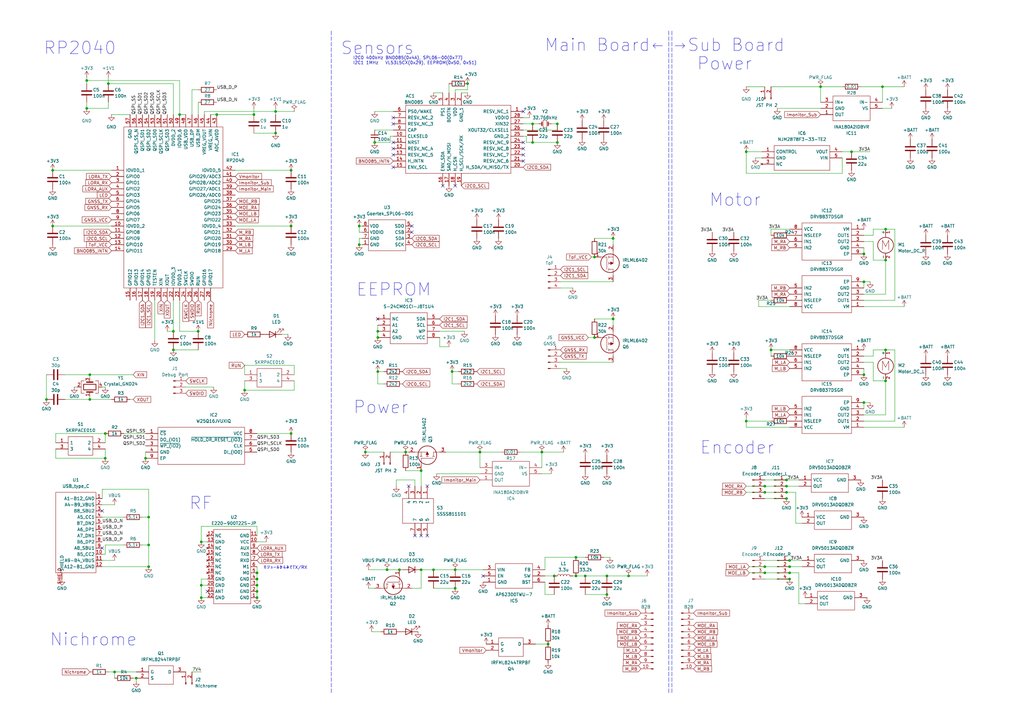
<source format=kicad_sch>
(kicad_sch (version 20211123) (generator eeschema)
  (paper "A3")
  (title_block (title "kaguya-elec") (rev "EM1") (company "DERC CanSat Project"))
  (junction (at 322.58 199.39))
  (junction (at 147.32 100.33))
  (junction (at 306.07 62.23))
  (junction (at 228.6 50.8))
  (junction (at 105.41 234.95))
  (junction (at 349.25 62.23))
  (junction (at 73.66 46.99))
  (junction (at 36.83 153.67))
  (junction (at 59.69 187.96))
  (junction (at 363.22 156.21))
  (junction (at 361.95 35.56))
  (junction (at 322.58 196.85))
  (junction (at 363.22 143.51))
  (junction (at 224.79 264.16))
  (junction (at 43.18 177.8))
  (junction (at 149.86 185.42))
  (junction (at 354.33 115.57))
  (junction (at 55.88 278.13))
  (junction (at 21.59 92.71))
  (junction (at 251.46 130.81))
  (junction (at 154.94 135.89))
  (junction (at 191.77 34.29))
  (junction (at 60.96 223.52))
  (junction (at 82.55 245.11))
  (junction (at 166.37 185.42))
  (junction (at 227.33 236.22))
  (junction (at 236.22 228.6))
  (junction (at 21.59 69.85))
  (junction (at 44.45 34.29))
  (junction (at 323.85 229.87))
  (junction (at 363.22 93.98))
  (junction (at 154.94 152.4))
  (junction (at 218.44 58.42))
  (junction (at 323.85 232.41))
  (junction (at 153.67 58.42))
  (junction (at 186.69 241.3))
  (junction (at 218.44 50.8))
  (junction (at 248.92 243.84))
  (junction (at 243.84 138.43))
  (junction (at 354.33 165.1))
  (junction (at 248.92 236.22))
  (junction (at 82.55 240.03))
  (junction (at 46.99 275.59))
  (junction (at 316.23 143.51))
  (junction (at 322.58 201.93))
  (junction (at 71.12 143.51))
  (junction (at 196.85 185.42))
  (junction (at 257.81 236.22))
  (junction (at 240.03 236.22))
  (junction (at 154.94 138.43))
  (junction (at 163.83 233.68))
  (junction (at 105.41 240.03))
  (junction (at 158.75 233.68))
  (junction (at 105.41 237.49))
  (junction (at 313.69 234.95))
  (junction (at 172.72 193.04))
  (junction (at 35.56 44.45))
  (junction (at 60.96 232.41))
  (junction (at 113.03 54.61))
  (junction (at 354.33 153.67))
  (junction (at 322.58 204.47))
  (junction (at 236.22 236.22))
  (junction (at 251.46 97.79))
  (junction (at 323.85 234.95))
  (junction (at 104.14 46.99))
  (junction (at 105.41 242.57))
  (junction (at 313.69 232.41))
  (junction (at 119.38 92.71))
  (junction (at 119.38 69.85))
  (junction (at 147.32 92.71))
  (junction (at 323.85 237.49))
  (junction (at 60.96 212.09))
  (junction (at 71.12 135.89))
  (junction (at 354.33 104.14))
  (junction (at 119.38 177.8))
  (junction (at 172.72 233.68))
  (junction (at 313.69 201.93))
  (junction (at 363.22 106.68))
  (junction (at 186.69 233.68))
  (junction (at 105.41 245.11))
  (junction (at 222.25 185.42))
  (junction (at 100.33 160.02))
  (junction (at 228.6 58.42))
  (junction (at 306.07 172.72))
  (junction (at 336.55 35.56))
  (junction (at 185.42 152.4))
  (junction (at 177.8 233.68))
  (junction (at 35.56 33.02))
  (junction (at 243.84 105.41))
  (junction (at 82.55 222.25))
  (junction (at 43.18 187.96))
  (junction (at 88.9 46.99))
  (junction (at 36.83 163.83))
  (junction (at 113.03 45.72))
  (junction (at 313.69 199.39))
  (junction (at 81.28 135.89))
  (junction (at 19.05 163.83))
  (no_connect (at 186.69 76.2))
  (no_connect (at 41.91 224.79))
  (no_connect (at 175.26 199.39))
  (no_connect (at 172.72 219.71))
  (no_connect (at 198.12 236.22))
  (no_connect (at 168.91 95.25))
  (no_connect (at 168.91 92.71))
  (no_connect (at 161.29 58.42))
  (no_connect (at 214.63 60.96))
  (no_connect (at 214.63 58.42))
  (no_connect (at 170.18 219.71))
  (no_connect (at 167.64 199.39))
  (no_connect (at 161.29 68.58))
  (no_connect (at 181.61 76.2))
  (no_connect (at 85.09 242.57))
  (no_connect (at 175.26 219.71))
  (no_connect (at 154.94 130.81))
  (no_connect (at 41.91 209.55))
  (no_connect (at 214.63 45.72))
  (no_connect (at 161.29 48.26))
  (no_connect (at 161.29 50.8))
  (no_connect (at 214.63 63.5))
  (no_connect (at 214.63 66.04))
  (no_connect (at 161.29 60.96))
  (no_connect (at 161.29 63.5))
  (wire (pts (xy 81.28 36.83) (xy 78.74 36.83)))
  (wire (pts (xy 363.22 106.68) (xy 358.14 106.68)))
  (wire (pts (xy 250.19 228.6) (xy 247.65 228.6)))
  (wire (pts (xy 353.06 35.56) (xy 361.95 35.56)))
  (wire (pts (xy 180.34 138.43) (xy 180.34 142.24)))
  (wire (pts (xy 96.52 92.71) (xy 119.38 92.71)))
  (wire (pts (xy 306.07 201.93) (xy 313.69 201.93)))
  (wire (pts (xy 82.55 222.25) (xy 85.09 222.25)))
  (wire (pts (xy 232.41 151.13) (xy 229.87 151.13)))
  (wire (pts (xy 35.56 31.75) (xy 35.56 33.02)))
  (wire (pts (xy 157.48 157.48) (xy 154.94 157.48)))
  (wire (pts (xy 73.66 33.02) (xy 73.66 46.99)))
  (wire (pts (xy 191.77 36.83) (xy 191.77 34.29)))
  (wire (pts (xy 83.82 45.72) (xy 113.03 45.72)))
  (wire (pts (xy 327.66 247.65) (xy 327.66 234.95)))
  (wire (pts (xy 185.42 152.4) (xy 187.96 152.4)))
  (wire (pts (xy 43.18 184.15) (xy 43.18 187.96)))
  (wire (pts (xy 241.3 138.43) (xy 243.84 138.43)))
  (wire (pts (xy 46.99 275.59) (xy 46.99 278.13)))
  (wire (pts (xy 215.9 58.42) (xy 218.44 58.42)))
  (wire (pts (xy 354.33 170.18) (xy 363.22 170.18)))
  (wire (pts (xy 41.91 200.66) (xy 41.91 204.47)))
  (wire (pts (xy 361.95 35.56) (xy 361.95 41.91)))
  (wire (pts (xy 229.87 148.59) (xy 251.46 148.59)))
  (wire (pts (xy 35.56 44.45) (xy 35.56 41.91)))
  (wire (pts (xy 222.25 185.42) (xy 222.25 191.77)))
  (wire (pts (xy 214.63 53.34) (xy 228.6 53.34)))
  (wire (pts (xy 196.85 185.42) (xy 196.85 191.77)))
  (wire (pts (xy 370.84 175.26) (xy 354.33 175.26)))
  (wire (pts (xy 105.41 215.9) (xy 82.55 215.9)))
  (wire (pts (xy 214.63 55.88) (xy 215.9 55.88)))
  (wire (pts (xy 226.06 50.8) (xy 228.6 50.8)))
  (wire (pts (xy 82.55 245.11) (xy 85.09 245.11)))
  (wire (pts (xy 147.32 97.79) (xy 148.59 97.79)))
  (wire (pts (xy 367.03 172.72) (xy 367.03 143.51)))
  (wire (pts (xy 306.07 35.56) (xy 313.69 35.56)))
  (wire (pts (xy 45.72 46.99) (xy 53.34 46.99)))
  (wire (pts (xy 35.56 34.29) (xy 35.56 33.02)))
  (wire (pts (xy 82.55 240.03) (xy 82.55 245.11)))
  (wire (pts (xy 365.76 44.45) (xy 361.95 44.45)))
  (wire (pts (xy 236.22 228.6) (xy 240.03 228.6)))
  (wire (pts (xy 43.18 177.8) (xy 43.18 181.61)))
  (polyline (pts (xy 275.59 12.7) (xy 275.59 284.48)))
  (wire (pts (xy 363.22 170.18) (xy 363.22 156.21)))
  (wire (pts (xy 322.58 199.39) (xy 327.66 199.39)))
  (wire (pts (xy 322.58 196.85) (xy 327.66 196.85)))
  (wire (pts (xy 248.92 236.22) (xy 257.81 236.22)))
  (wire (pts (xy 71.12 46.99) (xy 71.12 34.29)))
  (wire (pts (xy 312.42 62.23) (xy 306.07 62.23)))
  (wire (pts (xy 358.14 99.06) (xy 354.33 99.06)))
  (wire (pts (xy 31.75 158.75) (xy 30.48 158.75)))
  (wire (pts (xy 105.41 240.03) (xy 105.41 242.57)))
  (wire (pts (xy 311.15 123.19) (xy 316.23 123.19)))
  (wire (pts (xy 36.83 153.67) (xy 26.67 153.67)))
  (wire (pts (xy 234.95 118.11) (xy 229.87 118.11)))
  (wire (pts (xy 147.32 95.25) (xy 148.59 95.25)))
  (wire (pts (xy 172.72 233.68) (xy 177.8 233.68)))
  (wire (pts (xy 71.12 34.29) (xy 44.45 34.29)))
  (polyline (pts (xy 135.89 12.7) (xy 135.89 284.48)))
  (wire (pts (xy 363.22 156.21) (xy 358.14 156.21)))
  (wire (pts (xy 154.94 133.35) (xy 154.94 135.89)))
  (wire (pts (xy 82.55 237.49) (xy 85.09 237.49)))
  (wire (pts (xy 323.85 234.95) (xy 327.66 234.95)))
  (wire (pts (xy 35.56 33.02) (xy 73.66 33.02)))
  (wire (pts (xy 147.32 92.71) (xy 148.59 92.71)))
  (wire (pts (xy 22.86 177.8) (xy 22.86 181.61)))
  (wire (pts (xy 172.72 193.04) (xy 172.72 199.39)))
  (wire (pts (xy 73.66 135.89) (xy 81.28 135.89)))
  (wire (pts (xy 336.55 35.56) (xy 336.55 41.91)))
  (wire (pts (xy 55.88 278.13) (xy 54.61 278.13)))
  (wire (pts (xy 105.41 242.57) (xy 105.41 245.11)))
  (wire (pts (xy 154.94 135.89) (xy 154.94 138.43)))
  (wire (pts (xy 313.69 232.41) (xy 323.85 232.41)))
  (wire (pts (xy 330.2 247.65) (xy 327.66 247.65)))
  (wire (pts (xy 154.94 157.48) (xy 154.94 152.4)))
  (wire (pts (xy 345.44 64.77) (xy 345.44 71.12)))
  (wire (pts (xy 41.91 232.41) (xy 60.96 232.41)))
  (wire (pts (xy 153.67 53.34) (xy 161.29 53.34)))
  (wire (pts (xy 316.23 93.98) (xy 316.23 96.52)))
  (wire (pts (xy 104.14 54.61) (xy 113.03 54.61)))
  (wire (pts (xy 104.14 44.45) (xy 104.14 46.99)))
  (wire (pts (xy 313.69 199.39) (xy 322.58 199.39)))
  (wire (pts (xy 191.77 38.1) (xy 189.23 38.1)))
  (wire (pts (xy 323.85 229.87) (xy 328.93 229.87)))
  (wire (pts (xy 223.52 243.84) (xy 227.33 243.84)))
  (wire (pts (xy 26.67 163.83) (xy 36.83 163.83)))
  (wire (pts (xy 120.65 160.02) (xy 100.33 160.02)))
  (wire (pts (xy 316.23 143.51) (xy 323.85 143.51)))
  (wire (pts (xy 100.33 149.86) (xy 120.65 149.86)))
  (wire (pts (xy 36.83 163.83) (xy 45.72 163.83)))
  (wire (pts (xy 215.9 55.88) (xy 215.9 58.42)))
  (wire (pts (xy 326.39 214.63) (xy 326.39 201.93)))
  (wire (pts (xy 71.12 143.51) (xy 81.28 143.51)))
  (wire (pts (xy 313.69 237.49) (xy 323.85 237.49)))
  (wire (pts (xy 367.03 123.19) (xy 367.03 93.98)))
  (wire (pts (xy 163.83 233.68) (xy 165.1 233.68)))
  (wire (pts (xy 55.88 279.4) (xy 55.88 278.13)))
  (wire (pts (xy 120.65 156.21) (xy 120.65 160.02)))
  (wire (pts (xy 257.81 236.22) (xy 265.43 236.22)))
  (wire (pts (xy 226.06 194.31) (xy 222.25 194.31)))
  (wire (pts (xy 229.87 115.57) (xy 251.46 115.57)))
  (wire (pts (xy 190.5 135.89) (xy 180.34 135.89)))
  (wire (pts (xy 363.22 93.98) (xy 367.03 93.98)))
  (wire (pts (xy 82.55 215.9) (xy 82.55 222.25)))
  (wire (pts (xy 160.02 58.42) (xy 153.67 58.42)))
  (wire (pts (xy 58.42 223.52) (xy 60.96 223.52)))
  (wire (pts (xy 311.15 123.19) (xy 311.15 125.73)))
  (wire (pts (xy 21.59 69.85) (xy 45.72 69.85)))
  (wire (pts (xy 44.45 44.45) (xy 44.45 41.91)))
  (wire (pts (xy 214.63 50.8) (xy 218.44 50.8)))
  (wire (pts (xy 73.66 123.19) (xy 73.66 135.89)))
  (wire (pts (xy 109.22 222.25) (xy 105.41 222.25)))
  (polyline (pts (xy 274.32 12.7) (xy 274.32 284.48)))
  (wire (pts (xy 223.52 233.68) (xy 223.52 228.6)))
  (wire (pts (xy 60.96 200.66) (xy 41.91 200.66)))
  (wire (pts (xy 46.99 207.01) (xy 41.91 207.01)))
  (wire (pts (xy 60.96 223.52) (xy 60.96 212.09)))
  (wire (pts (xy 71.12 123.19) (xy 71.12 135.89)))
  (wire (pts (xy 100.33 149.86) (xy 100.33 153.67)))
  (wire (pts (xy 251.46 130.81) (xy 251.46 133.35)))
  (wire (pts (xy 60.96 223.52) (xy 60.96 232.41)))
  (wire (pts (xy 312.42 64.77) (xy 309.88 64.77)))
  (wire (pts (xy 36.83 163.83) (xy 36.83 162.56)))
  (wire (pts (xy 223.52 228.6) (xy 236.22 228.6)))
  (wire (pts (xy 170.18 199.39) (xy 170.18 196.85)))
  (wire (pts (xy 105.41 232.41) (xy 105.41 234.95)))
  (wire (pts (xy 358.14 96.52) (xy 358.14 93.98)))
  (wire (pts (xy 166.37 185.42) (xy 167.64 185.42)))
  (wire (pts (xy 177.8 233.68) (xy 186.69 233.68)))
  (wire (pts (xy 88.9 46.99) (xy 104.14 46.99)))
  (wire (pts (xy 240.03 236.22) (xy 248.92 236.22)))
  (wire (pts (xy 306.07 172.72) (xy 316.23 172.72)))
  (wire (pts (xy 151.13 233.68) (xy 158.75 233.68)))
  (wire (pts (xy 186.69 38.1) (xy 186.69 36.83)))
  (wire (pts (xy 328.93 214.63) (xy 326.39 214.63)))
  (wire (pts (xy 105.41 237.49) (xy 105.41 240.03)))
  (wire (pts (xy 113.03 45.72) (xy 120.65 45.72)))
  (wire (pts (xy 307.34 234.95) (xy 313.69 234.95)))
  (wire (pts (xy 180.34 142.24) (xy 184.15 142.24)))
  (wire (pts (xy 313.69 234.95) (xy 323.85 234.95)))
  (wire (pts (xy 218.44 58.42) (xy 228.6 58.42)))
  (wire (pts (xy 46.99 275.59) (xy 44.45 275.59)))
  (wire (pts (xy 222.25 185.42) (xy 231.14 185.42)))
  (wire (pts (xy 118.11 137.16) (xy 115.57 137.16)))
  (wire (pts (xy 105.41 219.71) (xy 105.41 215.9)))
  (wire (pts (xy 186.69 233.68) (xy 198.12 233.68)))
  (wire (pts (xy 316.23 143.51) (xy 316.23 146.05)))
  (wire (pts (xy 81.28 41.91) (xy 81.28 46.99)))
  (wire (pts (xy 307.34 232.41) (xy 313.69 232.41)))
  (wire (pts (xy 242.57 105.41) (xy 243.84 105.41)))
  (wire (pts (xy 44.45 31.75) (xy 44.45 34.29)))
  (wire (pts (xy 243.84 97.79) (xy 251.46 97.79)))
  (wire (pts (xy 223.52 236.22) (xy 227.33 236.22)))
  (wire (pts (xy 354.33 165.1) (xy 354.33 167.64)))
  (wire (pts (xy 162.56 196.85) (xy 162.56 199.39)))
  (wire (pts (xy 358.14 156.21) (xy 358.14 148.59)))
  (wire (pts (xy 60.96 212.09) (xy 60.96 200.66)))
  (wire (pts (xy 220.98 50.8) (xy 218.44 50.8)))
  (wire (pts (xy 161.29 55.88) (xy 160.02 55.88)))
  (wire (pts (xy 236.22 236.22) (xy 234.95 236.22)))
  (wire (pts (xy 223.52 238.76) (xy 223.52 243.84)))
  (wire (pts (xy 43.18 158.75) (xy 41.91 158.75)))
  (wire (pts (xy 147.32 92.71) (xy 147.32 95.25)))
  (wire (pts (xy 36.83 154.94) (xy 36.83 153.67)))
  (wire (pts (xy 96.52 69.85) (xy 119.38 69.85)))
  (wire (pts (xy 354.33 123.19) (xy 367.03 123.19)))
  (wire (pts (xy 358.14 143.51) (xy 363.22 143.51)))
  (wire (pts (xy 50.8 177.8) (xy 59.69 177.8)))
  (wire (pts (xy 306.07 71.12) (xy 345.44 71.12)))
  (wire (pts (xy 100.33 156.21) (xy 100.33 160.02)))
  (wire (pts (xy 354.33 165.1) (xy 356.87 165.1)))
  (wire (pts (xy 306.07 172.72) (xy 306.07 175.26)))
  (wire (pts (xy 41.91 212.09) (xy 50.8 212.09)))
  (wire (pts (xy 151.13 241.3) (xy 153.67 241.3)))
  (wire (pts (xy 149.86 185.42) (xy 157.48 185.42)))
  (wire (pts (xy 86.36 46.99) (xy 88.9 46.99)))
  (wire (pts (xy 224.79 264.16) (xy 219.71 264.16)))
  (wire (pts (xy 214.63 48.26) (xy 217.17 48.26)))
  (wire (pts (xy 354.33 151.13) (xy 354.33 153.67)))
  (wire (pts (xy 187.96 157.48) (xy 185.42 157.48)))
  (wire (pts (xy 313.69 196.85) (xy 322.58 196.85)))
  (wire (pts (xy 318.77 44.45) (xy 336.55 44.45)))
  (wire (pts (xy 160.02 55.88) (xy 160.02 58.42)))
  (wire (pts (xy 240.03 243.84) (xy 248.92 243.84)))
  (wire (pts (xy 147.32 97.79) (xy 147.32 100.33)))
  (wire (pts (xy 153.67 45.72) (xy 161.29 45.72)))
  (wire (pts (xy 166.37 185.42) (xy 160.02 185.42)))
  (wire (pts (xy 306.07 171.45) (xy 306.07 172.72)))
  (wire (pts (xy 354.33 101.6) (xy 354.33 104.14)))
  (wire (pts (xy 63.5 139.7) (xy 63.5 123.19)))
  (wire (pts (xy 228.6 50.8) (xy 228.6 53.34)))
  (wire (pts (xy 313.69 201.93) (xy 322.58 201.93)))
  (wire (pts (xy 358.14 148.59) (xy 354.33 148.59)))
  (wire (pts (xy 82.55 275.59) (xy 78.74 275.59)))
  (wire (pts (xy 361.95 35.56) (xy 370.84 35.56)))
  (wire (pts (xy 185.42 157.48) (xy 185.42 152.4)))
  (wire (pts (xy 68.58 135.89) (xy 71.12 135.89)))
  (wire (pts (xy 213.36 185.42) (xy 222.25 185.42)))
  (wire (pts (xy 168.91 241.3) (xy 172.72 241.3)))
  (wire (pts (xy 316.23 35.56) (xy 336.55 35.56)))
  (wire (pts (xy 21.59 92.71) (xy 45.72 92.71)))
  (wire (pts (xy 186.69 36.83) (xy 191.77 36.83)))
  (wire (pts (xy 177.8 38.1) (xy 181.61 38.1)))
  (wire (pts (xy 349.25 62.23) (xy 345.44 62.23)))
  (wire (pts (xy 87.63 158.75) (xy 76.2 158.75)))
  (wire (pts (xy 83.82 46.99) (xy 83.82 45.72)))
  (wire (pts (xy 22.86 177.8) (xy 43.18 177.8)))
  (wire (pts (xy 41.91 229.87) (xy 46.99 229.87)))
  (wire (pts (xy 354.33 172.72) (xy 367.03 172.72)))
  (wire (pts (xy 22.86 184.15) (xy 22.86 187.96)))
  (wire (pts (xy 120.65 149.86) (xy 120.65 153.67)))
  (wire (pts (xy 354.33 96.52) (xy 358.14 96.52)))
  (wire (pts (xy 236.22 236.22) (xy 240.03 236.22)))
  (wire (pts (xy 36.83 153.67) (xy 54.61 153.67)))
  (wire (pts (xy 354.33 115.57) (xy 354.33 118.11)))
  (wire (pts (xy 35.56 44.45) (xy 44.45 44.45)))
  (wire (pts (xy 370.84 125.73) (xy 354.33 125.73)))
  (wire (pts (xy 196.85 185.42) (xy 205.74 185.42)))
  (wire (pts (xy 19.05 153.67) (xy 19.05 163.83)))
  (wire (pts (xy 243.84 130.81) (xy 251.46 130.81)))
  (wire (pts (xy 326.39 201.93) (xy 322.58 201.93)))
  (wire (pts (xy 306.07 199.39) (xy 313.69 199.39)))
  (wire (pts (xy 179.07 194.31) (xy 196.85 194.31)))
  (wire (pts (xy 354.33 146.05) (xy 358.14 146.05)))
  (wire (pts (xy 316.23 93.98) (xy 323.85 93.98)))
  (wire (pts (xy 166.37 193.04) (xy 172.72 193.04)))
  (wire (pts (xy 306.07 175.26) (xy 323.85 175.26)))
  (wire (pts (xy 306.07 62.23) (xy 306.07 71.12)))
  (wire (pts (xy 154.94 152.4) (xy 157.48 152.4)))
  (wire (pts (xy 313.69 229.87) (xy 323.85 229.87)))
  (wire (pts (xy 58.42 212.09) (xy 60.96 212.09)))
  (wire (pts (xy 170.18 196.85) (xy 162.56 196.85)))
  (wire (pts (xy 182.88 185.42) (xy 196.85 185.42)))
  (wire (pts (xy 22.86 187.96) (xy 43.18 187.96)))
  (wire (pts (xy 59.69 185.42) (xy 59.69 187.96)))
  (wire (pts (xy 73.66 46.99) (xy 76.2 46.99)))
  (wire (pts (xy 82.55 237.49) (xy 82.55 240.03)))
  (wire (pts (xy 358.14 106.68) (xy 358.14 99.06)))
  (wire (pts (xy 43.18 223.52) (xy 43.18 227.33)))
  (wire (pts (xy 119.38 177.8) (xy 105.41 177.8)))
  (wire (pts (xy 43.18 227.33) (xy 41.91 227.33)))
  (wire (pts (xy 113.03 44.45) (xy 113.03 45.72)))
  (wire (pts (xy 354.33 120.65) (xy 363.22 120.65)))
  (wire (pts (xy 78.74 36.83) (xy 78.74 46.99)))
  (wire (pts (xy 50.8 223.52) (xy 43.18 223.52)))
  (wire (pts (xy 336.55 35.56) (xy 345.44 35.56)))
  (wire (pts (xy 363.22 143.51) (xy 367.03 143.51)))
  (wire (pts (xy 363.22 120.65) (xy 363.22 106.68)))
  (wire (pts (xy 82.55 240.03) (xy 85.09 240.03)))
  (wire (pts (xy 184.15 34.29) (xy 184.15 38.1)))
  (wire (pts (xy 55.88 275.59) (xy 46.99 275.59)))
  (wire (pts (xy 172.72 241.3) (xy 172.72 233.68)))
  (wire (pts (xy 323.85 232.41) (xy 328.93 232.41)))
  (wire (pts (xy 251.46 97.79) (xy 251.46 100.33)))
  (wire (pts (xy 147.32 100.33) (xy 148.59 100.33)))
  (wire (pts (xy 354.33 115.57) (xy 356.87 115.57)))
  (wire (pts (xy 53.34 163.83) (xy 54.61 163.83)))
  (wire (pts (xy 311.15 125.73) (xy 323.85 125.73)))
  (wire (pts (xy 313.69 204.47) (xy 322.58 204.47)))
  (wire (pts (xy 152.4 259.08) (xy 156.21 259.08)))
  (wire (pts (xy 158.75 233.68) (xy 163.83 233.68)))
  (wire (pts (xy 358.14 146.05) (xy 358.14 143.51)))
  (wire (pts (xy 113.03 46.99) (xy 113.03 45.72)))
  (wire (pts (xy 105.41 234.95) (xy 105.41 237.49)))
  (wire (pts (xy 358.14 93.98) (xy 363.22 93.98)))
  (wire (pts (xy 356.87 62.23) (xy 349.25 62.23)))
  (wire (pts (xy 177.8 241.3) (xy 186.69 241.3)))
  (text "モジュールからみてTX/RX" (at 107.95 233.68 0) (effects (font (size 1.27 1.27)) (justify left bottom)))
  (text "Main Board←" (at 273.05 21.59 180) (effects (font (size 5.08 5.08)) (justify right bottom)))
  (text "Nichrome" (at 20.32 265.43 0) (effects (font (size 5.12 5.12)) (justify left bottom)))
  (text "→Sub Board" (at 275.59 21.59 0) (effects (font (size 5.08 5.08)) (justify left bottom)))
  (text "Power" (at 144.78 170.18 0) (effects (font (size 5.12 5.12)) (justify left bottom)))
  (text "I2C0 400kHz BNO085(0x4A), SPL06-00(0x77)\nI2C1 1MHz   VL53L5CX(0x29), EEPROM(0x50, 0x51)" (at 144.78 26.67 0) (effects (font (size 1.27 1.27)) (justify left bottom)))
  (text "RF" (at 77.47 209.55 0) (effects (font (size 5.12 5.12)) (justify left bottom)))
  (text "Power" (at 285.75 29.21 0) (effects (font (size 5.12 5.12)) (justify left bottom)))
  (text "RP2040" (at 17.78 22.86 0) (effects (font (size 5.12 5.12)) (justify left bottom)))
  (text "Encoder" (at 287.02 186.69 0) (effects (font (size 5.12 5.12)) (justify left bottom)))
  (text "Sensors" (at 139.7 22.86 0) (effects (font (size 5.12 5.12)) (justify left bottom)))
  (text "Motor" (at 290.83 85.09 0) (effects (font (size 5.12 5.12)) (justify left bottom)))
  (text "EEPROM" (at 146.05 121.92 0) (effects (font (size 5.12 5.12)) (justify left bottom)))
  (label "USB_D_N" (at 88.9 41.91 0))
  (label "QSPI_SD1" (at 59.69 180.34 180))
  (label "USB_D_N" (at 41.91 219.71 0))
  (label "3V3A" (at 314.96 123.19 180))
  (label "QSPI_SD1" (at 58.42 46.99 90))
  (label "3V3A" (at 356.87 62.23 180))
  (label "QSPI_SS" (at 59.69 177.8 180))
  (label "3V3A" (at 320.04 93.98 180))
  (label "QSPI_SD2" (at 59.69 182.88 180))
  (label "USB_D_P" (at 41.91 222.25 0))
  (label "3V3A" (at 328.93 229.87 180))
  (label "3V3A" (at 361.95 229.87 180))
  (label "3V3A" (at 300.99 95.25 180))
  (label "USB_D_N" (at 41.91 214.63 0))
  (label "USB_D_P" (at 88.9 36.83 0))
  (label "QSPI_SD2" (at 60.96 46.99 90))
  (label "QSPI_SCLK" (at 66.04 46.99 90))
  (label "QSPI_SD3" (at 105.41 180.34 0))
  (label "3V3A" (at 327.66 196.85 180))
  (label "7V4" (at 82.55 275.59 180))
  (label "QSPI_SCLK" (at 105.41 182.88 0))
  (label "QSPI_SD0" (at 63.5 46.99 90))
  (label "QSPI_SD3" (at 68.58 46.99 90))
  (label "QSPI_SD0" (at 105.41 185.42 0))
  (label "3V3A" (at 361.95 196.85 180))
  (label "QSPI_SS" (at 55.88 46.99 90))
  (label "3V3A" (at 292.1 95.25 180))
  (label "USB_D_P" (at 41.91 217.17 0))
  (global_label "M_RB" (shape input) (at 323.85 118.11 180) (property "Intersheet References" "${INTERSHEET_REFS}" (effects hide)))
  (global_label "MOE_LB" (shape input) (at 307.34 234.95 180) (property "Intersheet References" "${INTERSHEET_REFS}" (effects hide)))
  (global_label "MOE_RB" (shape input) (at 262.89 259.08 180) (property "Intersheet References" "${INTERSHEET_REFS}" (effects hide)))
  (global_label "GNSS_TX" (shape input) (at 45.72 82.55 180) (property "Intersheet References" "${INTERSHEET_REFS}" (effects hide)))
  (global_label "LORA_AUX" (shape input) (at 45.72 77.47 180) (property "Intersheet References" "${INTERSHEET_REFS}" (effects hide)))
  (global_label "I2C0_SDA" (shape input) (at 165.1 152.4 0) (property "Intersheet References" "${INTERSHEET_REFS}" (effects hide)))
  (global_label "I2C0_SCL" (shape input) (at 165.1 157.48 0) (property "Intersheet References" "${INTERSHEET_REFS}" (effects hide)))
  (global_label "M_LB" (shape input) (at 96.52 100.33 0) (property "Intersheet References" "${INTERSHEET_REFS}" (effects hide)))
  (global_label "MOE_LA" (shape input) (at 284.48 261.62 0) (property "Intersheet References" "${INTERSHEET_REFS}" (effects hide)))
  (global_label "MOE_RB" (shape input) (at 96.52 82.55 0) (property "Intersheet References" "${INTERSHEET_REFS}" (effects hide)))
  (global_label "MOE_LB" (shape input) (at 262.89 264.16 180) (property "Intersheet References" "${INTERSHEET_REFS}" (effects hide)))
  (global_label "XIN" (shape input) (at 54.61 153.67 0) (property "Intersheet References" "${INTERSHEET_REFS}" (effects hide)))
  (global_label "M_RA" (shape input) (at 284.48 271.78 0) (property "Intersheet References" "${INTERSHEET_REFS}" (effects hide)))
  (global_label "MOE_RA" (shape input) (at 96.52 85.09 0) (property "Intersheet References" "${INTERSHEET_REFS}" (effects hide)))
  (global_label "Imonitor_Sub" (shape input) (at 96.52 74.93 0) (property "Intersheet References" "${INTERSHEET_REFS}" (effects hide)))
  (global_label "Imonitor_Sub" (shape input) (at 262.89 251.46 180) (property "Intersheet References" "${INTERSHEET_REFS}" (effects hide)))
  (global_label "GNSS_RX" (shape input) (at 45.72 85.09 180) (property "Intersheet References" "${INTERSHEET_REFS}" (effects hide)))
  (global_label "M_RA" (shape input) (at 96.52 97.79 0) (property "Intersheet References" "${INTERSHEET_REFS}" (effects hide)))
  (global_label "BNO085_INTN" (shape input) (at 45.72 102.87 180) (property "Intersheet References" "${INTERSHEET_REFS}" (effects hide)))
  (global_label "M_RB" (shape input) (at 96.52 95.25 0) (property "Intersheet References" "${INTERSHEET_REFS}" (effects hide)))
  (global_label "Imonitor_Main" (shape input) (at 196.85 196.85 180) (property "Intersheet References" "${INTERSHEET_REFS}" (effects hide)))
  (global_label "M_LB" (shape input) (at 323.85 151.13 180) (property "Intersheet References" "${INTERSHEET_REFS}" (effects hide)))
  (global_label "I2C0_SDA" (shape input) (at 45.72 95.25 180) (property "Intersheet References" "${INTERSHEET_REFS}" (effects hide)))
  (global_label "M_LA" (shape input) (at 323.85 170.18 180) (property "Intersheet References" "${INTERSHEET_REFS}" (effects hide)))
  (global_label "Nichrome" (shape input) (at 36.83 275.59 180) (property "Intersheet References" "${INTERSHEET_REFS}" (effects hide)))
  (global_label "BNO085_INTN" (shape input) (at 161.29 66.04 180) (property "Intersheet References" "${INTERSHEET_REFS}" (effects hide)))
  (global_label "I2C0_SCL" (shape input) (at 189.23 76.2 0) (property "Intersheet References" "${INTERSHEET_REFS}" (effects hide)))
  (global_label "SWCLK" (shape input) (at 76.2 123.19 270) (property "Intersheet References" "${INTERSHEET_REFS}" (effects hide)))
  (global_label "MOE_LB" (shape input) (at 96.52 87.63 0) (property "Intersheet References" "${INTERSHEET_REFS}" (effects hide)))
  (global_label "M_LB" (shape input) (at 284.48 269.24 0) (property "Intersheet References" "${INTERSHEET_REFS}" (effects hide)))
  (global_label "I2C1_SDA" (shape input) (at 58.42 123.19 270) (property "Intersheet References" "${INTERSHEET_REFS}" (effects hide)))
  (global_label "ToF_VCC" (shape input) (at 45.72 100.33 180) (property "Intersheet References" "${INTERSHEET_REFS}" (effects hide)))
  (global_label "LED" (shape input) (at 100.33 137.16 180) (property "Intersheet References" "${INTERSHEET_REFS}" (effects hide)))
  (global_label "I2C0_SCL" (shape input) (at 168.91 100.33 0) (property "Intersheet References" "${INTERSHEET_REFS}" (effects hide)))
  (global_label "LORA_TX" (shape input) (at 45.72 72.39 180) (property "Intersheet References" "${INTERSHEET_REFS}" (effects hide)))
  (global_label "SWDIO" (shape input) (at 76.2 161.29 0) (property "Intersheet References" "${INTERSHEET_REFS}" (effects hide)))
  (global_label "I2C0_SDA" (shape input) (at 214.63 68.58 0) (property "Intersheet References" "${INTERSHEET_REFS}" (effects hide)))
  (global_label "Imonitor_Main" (shape input) (at 96.52 77.47 0) (property "Intersheet References" "${INTERSHEET_REFS}" (effects hide)))
  (global_label "I2C1_SCL" (shape input) (at 229.87 110.49 0) (property "Intersheet References" "${INTERSHEET_REFS}" (effects hide)))
  (global_label "M_RB" (shape input) (at 284.48 274.32 0) (property "Intersheet References" "${INTERSHEET_REFS}" (effects hide)))
  (global_label "M_LB" (shape input) (at 323.85 167.64 180) (property "Intersheet References" "${INTERSHEET_REFS}" (effects hide)))
  (global_label "M_LA" (shape input) (at 323.85 148.59 180) (property "Intersheet References" "${INTERSHEET_REFS}" (effects hide)))
  (global_label "LORA_RX" (shape input) (at 45.72 74.93 180) (property "Intersheet References" "${INTERSHEET_REFS}" (effects hide)))
  (global_label "M_LA" (shape input) (at 96.52 102.87 0) (property "Intersheet References" "${INTERSHEET_REFS}" (effects hide)))
  (global_label "XIN" (shape input) (at 66.04 123.19 270) (property "Intersheet References" "${INTERSHEET_REFS}" (effects hide)))
  (global_label "Imonitor_Sub" (shape input) (at 284.48 251.46 0) (property "Intersheet References" "${INTERSHEET_REFS}" (effects hide)))
  (global_label "Vmonitor" (shape input) (at 96.52 72.39 0) (property "Intersheet References" "${INTERSHEET_REFS}" (effects hide)))
  (global_label "I2C1_SDA" (shape input) (at 229.87 113.03 0) (property "Intersheet References" "${INTERSHEET_REFS}" (effects hide)))
  (global_label "I2C0_SCL" (shape input) (at 45.72 97.79 180) (property "Intersheet References" "${INTERSHEET_REFS}" (effects hide)))
  (global_label "I2C1_SCL" (shape input) (at 180.34 133.35 0) (property "Intersheet References" "${INTERSHEET_REFS}" (effects hide)))
  (global_label "GNSS_RX" (shape input) (at 229.87 143.51 0) (property "Intersheet References" "${INTERSHEET_REFS}" (effects hide)))
  (global_label "GNSS_VCC" (shape input) (at 241.3 138.43 180) (property "Intersheet References" "${INTERSHEET_REFS}" (effects hide)))
  (global_label "XOUT" (shape input) (at 54.61 163.83 0) (property "Intersheet References" "${INTERSHEET_REFS}" (effects hide)))
  (global_label "MOE_RA" (shape input) (at 262.89 256.54 180) (property "Intersheet References" "${INTERSHEET_REFS}" (effects hide)))
  (global_label "I2C0_SDA" (shape input) (at 168.91 97.79 0) (property "Intersheet References" "${INTERSHEET_REFS}" (effects hide)))
  (global_label "M_RB" (shape input) (at 323.85 101.6 180) (property "Intersheet References" "${INTERSHEET_REFS}" (effects hide)))
  (global_label "ToF_VCC" (shape input) (at 242.57 105.41 180) (property "Intersheet References" "${INTERSHEET_REFS}" (effects hide)))
  (global_label "MOE_RA" (shape input) (at 284.48 256.54 0) (property "Intersheet References" "${INTERSHEET_REFS}" (effects hide)))
  (global_label "M_RA" (shape input) (at 262.89 271.78 180) (property "Intersheet References" "${INTERSHEET_REFS}" (effects hide)))
  (global_label "Vmonitor" (shape input) (at 199.39 266.7 180) (property "Intersheet References" "${INTERSHEET_REFS}" (effects hide)))
  (global_label "MOE_RA" (shape input) (at 306.07 199.39 180) (property "Intersheet References" "${INTERSHEET_REFS}" (effects hide)))
  (global_label "MOE_LA" (shape input) (at 262.89 261.62 180) (property "Intersheet References" "${INTERSHEET_REFS}" (effects hide)))
  (global_label "LORA_RX" (shape input) (at 105.41 229.87 0) (property "Intersheet References" "${INTERSHEET_REFS}" (effects hide)))
  (global_label "RUN" (shape input) (at 81.28 123.19 270) (property "Intersheet References" "${INTERSHEET_REFS}" (effects hide)))
  (global_label "M_LA" (shape input) (at 262.89 266.7 180) (property "Intersheet References" "${INTERSHEET_REFS}" (effects hide)))
  (global_label "M_RB" (shape input) (at 262.89 274.32 180) (property "Intersheet References" "${INTERSHEET_REFS}" (effects hide)))
  (global_label "I2C1_SDA" (shape input) (at 180.34 130.81 0) (property "Intersheet References" "${INTERSHEET_REFS}" (effects hide)))
  (global_label "MOE_RB" (shape input) (at 306.07 201.93 180) (property "Intersheet References" "${INTERSHEET_REFS}" (effects hide)))
  (global_label "I2C1_SCL" (shape input) (at 195.58 152.4 0) (property "Intersheet References" "${INTERSHEET_REFS}" (effects hide)))
  (global_label "Nichrome" (shape input) (at 86.36 123.19 270) (property "Intersheet References" "${INTERSHEET_REFS}" (effects hide)))
  (global_label "SWCLK" (shape input) (at 76.2 156.21 0) (property "Intersheet References" "${INTERSHEET_REFS}" (effects hide)))
  (global_label "I2C1_SCL" (shape input) (at 60.96 123.19 270) (property "Intersheet References" "${INTERSHEET_REFS}" (effects hide)))
  (global_label "MOE_LB" (shape input) (at 284.48 264.16 0) (property "Intersheet References" "${INTERSHEET_REFS}" (effects hide)))
  (global_label "M_LA" (shape input) (at 284.48 266.7 0) (property "Intersheet References" "${INTERSHEET_REFS}" (effects hide)))
  (global_label "M_LB" (shape input) (at 262.89 269.24 180) (property "Intersheet References" "${INTERSHEET_REFS}" (effects hide)))
  (global_label "RUN" (shape input) (at 100.33 149.86 180) (property "Intersheet References" "${INTERSHEET_REFS}" (effects hide)))
  (global_label "SWDIO" (shape input) (at 78.74 123.19 270) (property "Intersheet References" "${INTERSHEET_REFS}" (effects hide)))
  (global_label "MOE_LA" (shape input) (at 96.52 90.17 0) (property "Intersheet References" "${INTERSHEET_REFS}" (effects hide)))
  (global_label "MOE_LA" (shape input) (at 307.34 232.41 180) (property "Intersheet References" "${INTERSHEET_REFS}" (effects hide)))
  (global_label "LORA_TX" (shape input) (at 105.41 227.33 0) (property "Intersheet References" "${INTERSHEET_REFS}" (effects hide)))
  (global_label "LED" (shape input) (at 45.72 80.01 180) (property "Intersheet References" "${INTERSHEET_REFS}" (effects hide)))
  (global_label "Imonitor_Sub" (shape input) (at 336.55 46.99 180) (property "Intersheet References" "${INTERSHEET_REFS}" (effects hide)))
  (global_label "LORA_AUX" (shape input) (at 105.41 224.79 0) (property "Intersheet References" "${INTERSHEET_REFS}" (effects hide)))
  (global_label "M_RA" (shape input) (at 323.85 99.06 180) (property "Intersheet References" "${INTERSHEET_REFS}" (effects hide)))
  (global_label "I2C1_SDA" (shape input) (at 195.58 157.48 0) (property "Intersheet References" "${INTERSHEET_REFS}" (effects hide)))
  (global_label "MOE_RB" (shape input) (at 284.48 259.08 0) (property "Intersheet References" "${INTERSHEET_REFS}" (effects hide)))
  (global_label "XOUT" (shape input) (at 68.58 123.19 270) (property "Intersheet References" "${INTERSHEET_REFS}" (effects hide)))
  (global_label "GNSS_VCC" (shape input) (at 45.72 90.17 180) (property "Intersheet References" "${INTERSHEET_REFS}" (effects hide)))
  (global_label "GNSS_TX" (shape input) (at 229.87 146.05 0) (property "Intersheet References" "${INTERSHEET_REFS}" (effects hide)))
  (global_label "M_RA" (shape input) (at 323.85 120.65 180) (property "Intersheet References" "${INTERSHEET_REFS}" (effects hide)))
  (symbol (lib_id "Device:C") (at 379.73 149.86 0) (unit 1)
    (property "Reference" "C40" (at 382.27 148.59 0) (effects (justify left)))
    (property "Value" "100n" (at 382.27 151.13 0) (effects (justify left)))
    (property "Footprint" "Capacitor_SMD:C_0402_1005Metric" (effects hide))
  )
  (symbol (lib_id "Connector:Conn_01x04_Male") (at 308.61 232.41 0) (unit 1)
    (property "Reference" "J9" (at 309.245 224.79 0))
    (property "Value" "Encoder_R" (at 309.245 227.33 0))
    (property "Footprint" "Connector_PinHeader_2.00mm:PinHeader_1x04_P2.00mm_Vertical" (effects hide))
  )
  (symbol (lib_id "power:GND") (at 228.6 58.42 0) (unit 1)
    (property "Reference" "#PWR074" (effects hide))
    (property "Value" "GND" (at 228.6 62.23 0))
  )
  (symbol (lib_id "kaguya:Goertek_SPL06-001") (at 148.59 102.87 0) (unit 1)
    (property "Reference" "U3" (at 158.75 85.09 0))
    (property "Value" "Goertek_SPL06-001" (at 160.02 87.63 0))
    (property "Footprint" "kaguya:Goertek SPL06-001" (effects hide))
  )
  (symbol (lib_id "power:+3V3") (at 388.62 36.83 0) (unit 1)
    (property "Reference" "#PWR0134" (effects hide))
    (property "Value" "+3V3" (at 388.62 33.02 0))
  )
  (symbol (lib_id "power:GND") (at 355.6 245.11 0) (unit 1)
    (property "Reference" "#PWR0115" (effects hide))
    (property "Value" "GND" (at 355.6 248.92 0))
  )
  (symbol (lib_id "power:+3V3") (at 328.93 212.09 0) (unit 1)
    (property "Reference" "#PWR0105" (effects hide))
    (property "Value" "+3V3" (at 328.93 208.28 0))
  )
  (symbol (lib_id "power:GND") (at 118.11 137.16 0) (unit 1)
    (property "Reference" "#PWR032" (effects hide))
    (property "Value" "GND" (at 118.11 140.97 0))
  )
  (symbol (lib_id "Device:R") (at 49.53 163.83 90) (unit 1)
    (property "Reference" "R3" (at 49.53 161.29 90))
    (property "Value" "1k" (at 49.53 163.83 90))
    (property "Footprint" "Resistor_SMD:R_0402_1005Metric" (effects hide))
  )
  (symbol (lib_id "Device:R") (at 236.22 232.41 0) (unit 1)
    (property "Reference" "R20" (at 237.49 231.14 0) (effects (justify left)))
    (property "Value" "33.2k" (at 237.49 233.68 0) (effects (justify left)))
    (property "Footprint" "Resistor_SMD:R_0603_1608Metric" (effects hide))
  )
  (symbol (lib_id "power:GND") (at 177.8 38.1 0) (unit 1)
    (property "Reference" "#PWR051" (effects hide))
    (property "Value" "GND" (at 177.8 41.91 0))
  )
  (symbol (lib_id "power:GND") (at 356.87 115.57 0) (unit 1)
    (property "Reference" "#PWR0116" (effects hide))
    (property "Value" "GND" (at 356.87 119.38 0))
  )
  (symbol (lib_id "power:GND") (at 292.1 102.87 0) (unit 1)
    (property "Reference" "#PWR091" (effects hide))
    (property "Value" "GND" (at 292.1 106.68 0))
  )
  (symbol (lib_id "Device:C") (at 361.95 233.68 0) (unit 1)
    (property "Reference" "C36" (at 364.49 232.41 0) (effects (justify left)))
    (property "Value" "100n" (at 364.49 234.95 0) (effects (justify left)))
    (property "Footprint" "Capacitor_SMD:C_0402_1005Metric" (effects hide))
  )
  (symbol (lib_id "Device:C") (at 119.38 181.61 0) (unit 1)
    (property "Reference" "C13" (at 121.92 180.34 0) (effects (justify left)))
    (property "Value" "100n" (at 121.92 182.88 0) (effects (justify left)))
    (property "Footprint" "Capacitor_SMD:C_0402_1005Metric" (effects hide))
    (property "LCSC" "C307331" (effects hide))
  )
  (symbol (lib_id "Connector:Conn_01x04_Male") (at 308.61 199.39 0) (unit 1)
    (property "Reference" "J8" (at 309.245 191.77 0))
    (property "Value" "Encoder_L" (at 309.245 194.31 0))
    (property "Footprint" "Connector_PinHeader_2.00mm:PinHeader_1x04_P2.00mm_Vertical" (effects hide))
  )
  (symbol (lib_id "power:+BATT") (at 370.84 35.56 0) (mirror y) (unit 1)
    (property "Reference" "#PWR0121" (effects hide))
    (property "Value" "+BATT" (at 370.84 31.75 0))
  )
  (symbol (lib_id "Device:C") (at 248.92 240.03 0) (unit 1)
    (property "Reference" "C29" (at 251.46 238.76 0) (effects (justify left)))
    (property "Value" "22u" (at 251.46 241.3 0) (effects (justify left)))
    (property "Footprint" "Capacitor_SMD:C_0603_1608Metric" (effects hide))
  )
  (symbol (lib_id "Device:C") (at 177.8 237.49 0) (unit 1)
    (property "Reference" "C15" (at 180.34 236.22 0) (effects (justify left)))
    (property "Value" "22u" (at 180.34 238.76 0) (effects (justify left)))
    (property "Footprint" "Capacitor_SMD:C_0603_1608Metric" (effects hide))
  )
  (symbol (lib_id "power:GND") (at 248.92 194.31 0) (unit 1)
    (property "Reference" "#PWR085" (effects hide))
    (property "Value" "GND" (at 248.92 198.12 0))
  )
  (symbol (lib_id "power:+3V3") (at 330.2 245.11 0) (unit 1)
    (property "Reference" "#PWR0106" (effects hide))
    (property "Value" "+3V3" (at 330.2 241.3 0))
  )
  (symbol (lib_id "Device:C") (at 204.47 93.98 0) (unit 1)
    (property "Reference" "C19" (at 207.01 92.71 0) (effects (justify left)))
    (property "Value" "100n" (at 207.01 95.25 0) (effects (justify left)))
    (property "Footprint" "Capacitor_SMD:C_0402_1005Metric" (effects hide))
  )
  (symbol (lib_id "power:GND") (at 247.65 57.15 0) (unit 1)
    (property "Reference" "#PWR083" (effects hide))
    (property "Value" "GND" (at 247.65 60.96 0))
  )
  (symbol (lib_id "Device:C") (at 292.1 148.59 0) (unit 1)
    (property "Reference" "C31" (at 294.64 147.32 0) (effects (justify left)))
    (property "Value" "100n" (at 294.64 149.86 0) (effects (justify left)))
    (property "Footprint" "Capacitor_SMD:C_0402_1005Metric" (effects hide))
  )
  (symbol (lib_id "tanekonsat:USB_type_C") (at 25.4 234.95 0) (unit 1)
    (property "Reference" "U1" (at 31.115 196.85 0))
    (property "Value" "USB_type_C" (at 31.115 199.39 0))
    (property "Footprint" "tanekonsat:USB_typeC_t" (effects hide))
  )
  (symbol (lib_id "Device:C") (at 388.62 100.33 0) (unit 1)
    (property "Reference" "C43" (at 391.16 99.06 0) (effects (justify left)))
    (property "Value" "100n" (at 391.16 101.6 0) (effects (justify left)))
    (property "Footprint" "Capacitor_SMD:C_0402_1005Metric" (effects hide))
  )
  (symbol (lib_id "power:GND") (at 186.69 241.3 0) (mirror y) (unit 1)
    (property "Reference" "#PWR056" (effects hide))
    (property "Value" "GND" (at 186.69 245.11 0))
  )
  (symbol (lib_id "power:+BATT") (at 151.13 241.3 0) (mirror y) (unit 1)
    (property "Reference" "#PWR043" (effects hide))
    (property "Value" "+BATT" (at 151.13 237.49 0))
  )
  (symbol (lib_id "power:GND") (at 43.18 158.75 0) (unit 1)
    (property "Reference" "#PWR010" (effects hide))
    (property "Value" "GND" (at 43.18 162.56 0))
  )
  (symbol (lib_id "SamacSys_Parts:IRLML6402") (at 172.72 193.04 270) (mirror x) (unit 1)
    (property "Reference" "Q3" (at 176.53 181.61 0) (effects (justify left)))
    (property "Value" "IRLML6402" (at 173.99 181.61 0) (effects (justify left)))
    (property "Footprint" "SamacSys_Parts:SOT95P237X112-3N" (effects hide))
    (property "Datasheet" "https://datasheetspdf.com/pdf/513015/InternationalRectifier/IRLML6402/1" (effects hide))
    (property "Description" "P-Channel MOSFET Transistor, 3.7 A, 20 V, 3-Pin SOT-23 International Rectifier IRLML6402" (effects hide))
    (property "Height" "1.12" (effects hide))
    (property "Manufacturer_Name" "Infineon" (effects hide))
    (property "Manufacturer_Part_Number" "IRLML6402" (effects hide))
    (property "Mouser Part Number" "N/A" (effects hide))
    (property "Mouser Price/Stock" "https://www.mouser.co.uk/ProductDetail/Infineon-IR/IRLML6402?qs=Gkr2N%2F2q3o277qI%252BRzUP%252Bw%3D%3D" (effects hide))
  )
  (symbol (lib_id "SamacSys_Parts:IRFML8244TRPBF") (at 199.39 264.16 0) (unit 1)
    (property "Reference" "Q4" (at 209.55 274.32 0))
    (property "Value" "IRFML8244TRPBF" (at 209.55 271.78 0))
    (property "Footprint" "SamacSys_Parts:SOT95P237X112-3N" (effects hide))
    (property "Datasheet" "http://www.infineon.com/dgdl/irfml8244pbf.pdf?fileId=5546d462533600a40153562817c91fc0" (effects hide))
    (property "Description" "MOSFET MOSFT 25V 5.8A 24mOhm 5.4 Qg" (effects hide))
    (property "Height" "1.12" (effects hide))
    (property "Manufacturer_Name" "Infineon" (effects hide))
    (property "Manufacturer_Part_Number" "IRFML8244TRPBF" (effects hide))
    (property "Mouser Part Number" "942-IRFML8244TRPBF" (effects hide))
    (property "Mouser Price/Stock" "https://www.mouser.co.uk/ProductDetail/Infineon-IR/IRFML8244TRPBF?qs=9%252BKlkBgLFf0%252B01xOpCf7sA%3D%3D" (effects hide))
    (property "Arrow Part Number" "IRFML8244TRPBF" (effects hide))
    (property "Arrow Price/Stock" "https://www.arrow.com/en/products/irfml8244trpbf/infineon-technologies-ag" (effects hide))
  )
  (symbol (lib_id "power:PWR_FLAG") (at 120.65 45.72 0) (unit 1)
    (property "Reference" "#FLG01" (effects hide))
    (property "Value" "PWR_FLAG" (at 120.65 41.91 0))
  )
  (symbol (lib_id "power:GND") (at 154.94 138.43 0) (unit 1)
    (property "Reference" "#PWR047" (effects hide))
    (property "Value" "GND" (at 154.94 142.24 0))
  )
  (symbol (lib_id "Device:R") (at 191.77 152.4 90) (unit 1)
    (property "Reference" "R15" (at 191.77 149.86 90))
    (property "Value" "2k2" (at 191.77 152.4 90))
    (property "Footprint" "Resistor_SMD:R_0402_1005Metric" (effects hide))
  )
  (symbol (lib_id "power:GND") (at 240.03 194.31 0) (unit 1)
    (property "Reference" "#PWR081" (effects hide))
    (property "Value" "GND" (at 240.03 198.12 0))
  )
  (symbol (lib_id "Device:C") (at 248.92 190.5 0) (unit 1)
    (property "Reference" "C28" (at 251.46 189.23 0) (effects (justify left)))
    (property "Value" "100n" (at 251.46 191.77 0) (effects (justify left)))
    (property "Footprint" "Capacitor_SMD:C_0402_1005Metric" (effects hide))
  )
  (symbol (lib_id "power:+3V3") (at 119.38 92.71 0) (unit 1)
    (property "Reference" "#PWR035" (effects hide))
    (property "Value" "+3V3" (at 119.38 88.9 0))
  )
  (symbol (lib_id "Device:R") (at 243.84 134.62 0) (unit 1)
    (property "Reference" "R22" (at 245.11 133.35 0) (effects (justify left)))
    (property "Value" "30k" (at 245.11 135.89 0) (effects (justify left)))
    (property "Footprint" "Resistor_SMD:R_0402_1005Metric" (effects hide))
    (property "LCSC" "C22984" (effects hide))
  )
  (symbol (lib_id "Device:C") (at 240.03 240.03 0) (unit 1)
    (property "Reference" "C26" (at 242.57 238.76 0) (effects (justify left)))
    (property "Value" "22u" (at 242.57 241.3 0) (effects (justify left)))
    (property "Footprint" "Capacitor_SMD:C_0603_1608Metric" (effects hide))
  )
  (symbol (lib_id "power:+3V3") (at 217.17 48.26 0) (unit 1)
    (property "Reference" "#PWR070" (effects hide))
    (property "Value" "+3V3" (at 217.17 44.45 0))
  )
  (symbol (lib_id "power:GND") (at 71.12 143.51 0) (unit 1)
    (property "Reference" "#PWR021" (effects hide))
    (property "Value" "GND" (at 71.12 147.32 0))
  )
  (symbol (lib_id "power:+3V3") (at 365.76 44.45 0) (mirror y) (unit 1)
    (property "Reference" "#PWR0120" (effects hide))
    (property "Value" "+3V3" (at 365.76 40.64 0))
  )
  (symbol (lib_id "SamacSys_Parts:SSSS811101") (at 175.26 199.39 270) (unit 1)
    (property "Reference" "S3" (at 179.07 208.2799 90) (effects (justify left)))
    (property "Value" "SSSS811101" (at 179.07 210.8199 90) (effects (justify left)))
    (property "Footprint" "SamacSys_Parts:SSSS811101" (effects hide))
    (property "Description" "Slide Switches SPDT HORZ GRND 1.5mm" (effects hide))
    (property "Height" "1.6" (effects hide))
    (property "Manufacturer_Name" "ALPS Electric" (effects hide))
    (property "Manufacturer_Part_Number" "SSSS811101" (effects hide))
    (property "Mouser Part Number" "688-SSSS811101" (effects hide))
    (property "Mouser Price/Stock" "https://www.mouser.co.uk/ProductDetail/Alps-Alpine/SSSS811101?qs=m0BA540hBPe%2FELmLcs%2FcCA%3D%3D" (effects hide))
    (property "Arrow Part Number" "SSSS811101" (effects hide))
    (property "Arrow Price/Stock" "https://www.arrow.com/en/products/ssss811101/alps-electric" (effects hide))
    (property "LCSC" "C109335" (effects hide))
  )
  (symbol (lib_id "power:PWR_FLAG") (at 149.86 185.42 0) (unit 1)
    (property "Reference" "#FLG02" (effects hide))
    (property "Value" "PWR_FLAG" (at 149.86 181.61 0))
  )
  (symbol (lib_id "Device:C") (at 382.27 60.96 0) (unit 1)
    (property "Reference" "C41" (at 384.81 59.69 0) (effects (justify left)))
    (property "Value" "100u" (at 384.81 62.23 0) (effects (justify left)))
    (property "Footprint" "Capacitor_SMD:C_1206_3216Metric" (effects hide))
  )
  (symbol (lib_id "power:GND") (at 43.18 187.96 0) (unit 1)
    (property "Reference" "#PWR011" (effects hide))
    (property "Value" "GND" (at 43.18 191.77 0))
  )
  (symbol (lib_id "power:GND") (at 203.2 137.16 0) (unit 1)
    (property "Reference" "#PWR065" (effects hide))
    (property "Value" "GND" (at 203.2 140.97 0))
  )
  (symbol (lib_id "Connector:Conn_01x02_Male") (at 313.69 40.64 90) (unit 1)
    (property "Reference" "J10" (at 309.88 40.64 90) (effects (justify right)))
    (property "Value" "JST PH 2" (at 309.88 43.18 90) (effects (justify right)))
    (property "Footprint" "Connector_JST:JST_PH_S2B-PH-K_1x02_P2.00mm_Horizontal" (effects hide))
  )
  (symbol (lib_id "Device:LED") (at 167.64 259.08 180) (unit 1)
    (property "Reference" "D2" (at 168.91 252.73 0))
    (property "Value" "LED" (at 168.91 255.27 0))
    (property "Footprint" "LED_SMD:LED_0603_1608Metric" (effects hide))
  )
  (symbol (lib_id "Device:R") (at 46.99 177.8 90) (unit 1)
    (property "Reference" "R2" (at 46.99 175.26 90))
    (property "Value" "1k" (at 46.99 177.8 90))
    (property "Footprint" "Resistor_SMD:R_0402_1005Metric" (effects hide))
    (property "LCSC" "C11702" (effects hide))
  )
  (symbol (lib_id "power:+3V3") (at 300.99 144.78 0) (unit 1)
    (property "Reference" "#PWR095" (effects hide))
    (property "Value" "+3V3" (at 300.99 140.97 0))
  )
  (symbol (lib_id "power:GND") (at 87.63 158.75 0) (unit 1)
    (property "Reference" "#PWR025" (effects hide))
    (property "Value" "GND" (at 87.63 162.56 0))
  )
  (symbol (lib_id "power:+3V3") (at 248.92 186.69 0) (unit 1)
    (property "Reference" "#PWR084" (effects hide))
    (property "Value" "+3V3" (at 248.92 182.88 0))
  )
  (symbol (lib_id "power:GND") (at 388.62 44.45 0) (unit 1)
    (property "Reference" "#PWR0135" (effects hide))
    (property "Value" "GND" (at 388.62 48.26 0))
  )
  (symbol (lib_id "power:+BATT") (at 224.79 256.54 0) (mirror y) (unit 1)
    (property "Reference" "#PWR071" (effects hide))
    (property "Value" "+BATT" (at 224.79 252.73 0))
  )
  (symbol (lib_id "Device:C") (at 379.73 100.33 0) (unit 1)
    (property "Reference" "C39" (at 382.27 99.06 0) (effects (justify left)))
    (property "Value" "100n" (at 382.27 101.6 0) (effects (justify left)))
    (property "Footprint" "Capacitor_SMD:C_0402_1005Metric" (effects hide))
  )
  (symbol (lib_id "Device:R") (at 161.29 152.4 90) (unit 1)
    (property "Reference" "R11" (at 161.29 149.86 90))
    (property "Value" "2k2" (at 161.29 152.4 90))
    (property "Footprint" "Resistor_SMD:R_0402_1005Metric" (effects hide))
  )
  (symbol (lib_id "Device:R") (at 166.37 189.23 0) (unit 1)
    (property "Reference" "R13" (at 167.64 187.9599 0) (effects (justify left)))
    (property "Value" "100k" (at 167.64 190.5 0) (effects (justify left)))
    (property "Footprint" "Resistor_SMD:R_0402_1005Metric" (effects hide))
  )
  (symbol (lib_id "power:+3V3") (at 184.15 142.24 0) (unit 1)
    (property "Reference" "#PWR054" (effects hide))
    (property "Value" "+3V3" (at 184.15 138.43 0))
  )
  (symbol (lib_id "Device:L") (at 231.14 236.22 90) (unit 1)
    (property "Reference" "L1" (at 231.14 231.14 90))
    (property "Value" "3.3u" (at 231.14 233.68 90))
    (property "Footprint" "Inductor_SMD:L_0603_1608Metric" (effects hide))
  )
  (symbol (lib_id "power:+BATT") (at 382.27 57.15 0) (mirror y) (unit 1)
    (property "Reference" "#PWR0132" (effects hide))
    (property "Value" "+BATT" (at 382.27 53.34 0))
  )
  (symbol (lib_id "SamacSys_Parts:DRV8837DSGR") (at 354.33 175.26 180) (unit 1)
    (property "Reference" "IC15" (at 339.09 157.48 0))
    (property "Value" "DRV8837DSGR" (at 339.09 160.02 0))
    (property "Footprint" "SamacSys_Parts:SON50P200X200X80-9N" (effects hide))
    (property "Datasheet" "http://www.ti.com/lit/gpn/drv8837" (effects hide))
    (property "Description" "1.8A Low Voltage Brushed DC Motor Driver (PWM Ctrl)" (effects hide))
    (property "Height" "0.8" (effects hide))
    (property "Manufacturer_Name" "Texas Instruments" (effects hide))
    (property "Manufacturer_Part_Number" "DRV8837DSGR" (effects hide))
    (property "Mouser Part Number" "595-DRV8837DSGR" (effects hide))
    (property "Mouser Price/Stock" "https://www.mouser.co.uk/ProductDetail/Texas-Instruments/DRV8837DSGR?qs=l6ZoeTYLMwO0pKIJ8222Ww%3D%3D" (effects hide))
    (property "Arrow Part Number" "DRV8837DSGR" (effects hide))
    (property "Arrow Price/Stock" "https://www.arrow.com/en/products/drv8837dsgr/texas-instruments?region=nac" (effects hide))
  )
  (symbol (lib_id "power:+3V3") (at 292.1 144.78 0) (unit 1)
    (property "Reference" "#PWR092" (effects hide))
    (property "Value" "+3V3" (at 292.1 140.97 0))
  )
  (symbol (lib_id "power:+3V3") (at 379.73 36.83 0) (unit 1)
    (property "Reference" "#PWR0126" (effects hide))
    (property "Value" "+3V3" (at 379.73 33.02 0))
  )
  (symbol (lib_id "power:GND") (at 388.62 153.67 0) (unit 1)
    (property "Reference" "#PWR0139" (effects hide))
    (property "Value" "GND" (at 388.62 157.48 0))
  )
  (symbol (lib_id "SamacSys_Parts:NJM2878F3-33-TE2") (at 312.42 62.23 0) (unit 1)
    (property "Reference" "IC6" (at 328.93 54.61 0))
    (property "Value" "NJM2878F3-33-TE2" (at 328.93 57.15 0))
    (property "Footprint" "SamacSys_Parts:SOT65P210X100-5N" (effects hide))
    (property "Description" "LDO Voltage Regulators Lw Dropout Volt Reg w/On/Off Cntrl" (effects hide))
    (property "Height" "1" (effects hide))
    (property "Manufacturer_Name" "New Japan Radio" (effects hide))
    (property "Manufacturer_Part_Number" "NJM2878F3-33-TE2" (effects hide))
    (property "Mouser Part Number" "513-NJM2878F3-33-TE2" (effects hide))
    (property "Mouser Price/Stock" "https://www.mouser.com/Search/Refine.aspx?Keyword=513-NJM2878F3-33-TE2" (effects hide))
  )
  (symbol (lib_id "power:+3V3") (at 203.2 129.54 0) (unit 1)
    (property "Reference" "#PWR064" (effects hide))
    (property "Value" "+3V3" (at 203.2 125.73 0))
  )
  (symbol (lib_id "SamacSys_Parts:IRLML6402") (at 243.84 138.43 0) (mirror x) (unit 1)
    (property "Reference" "Q6" (at 255.27 142.24 0) (effects (justify left)))
    (property "Value" "IRLML6402" (at 255.27 139.7 0) (effects (justify left)))
    (property "Footprint" "SamacSys_Parts:SOT95P237X112-3N" (effects hide))
    (property "Datasheet" "https://datasheetspdf.com/pdf/513015/InternationalRectifier/IRLML6402/1" (effects hide))
    (property "Description" "P-Channel MOSFET Transistor, 3.7 A, 20 V, 3-Pin SOT-23 International Rectifier IRLML6402" (effects hide))
    (property "Height" "1.12" (effects hide))
    (property "Manufacturer_Name" "Infineon" (effects hide))
    (property "Manufacturer_Part_Number" "IRLML6402" (effects hide))
    (property "Mouser Part Number" "N/A" (effects hide))
    (property "Mouser Price/Stock" "https://www.mouser.co.uk/ProductDetail/Infineon-IR/IRLML6402?qs=Gkr2N%2F2q3o277qI%252BRzUP%252Bw%3D%3D" (effects hide))
  )
  (symbol (lib_id "SamacSys_Parts:RP2040") (at 45.72 69.85 0) (unit 1)
    (property "Reference" "IC1" (at 96.52 63.2712 0))
    (property "Value" "RP2040" (at 96.52 65.8112 0))
    (property "Footprint" "SamacSys_Parts:RP2040TR7" (effects hide))
    (property "Datasheet" "https://datasheets.raspberrypi.org/rp2040/rp2040-datasheet.pdf" (effects hide))
    (property "Description" "Microcontroller in QFN Package" (effects hide))
    (property "Height" "0.9" (effects hide))
    (property "Manufacturer_Name" "RASPBERRY-PI" (effects hide))
    (property "Manufacturer_Part_Number" "RP2040" (effects hide))
    (property "LCSC" "C2040" (effects hide))
  )
  (symbol (lib_id "power:GND") (at 353.06 196.85 0) (unit 1)
    (property "Reference" "#PWR0108" (effects hide))
    (property "Value" "GND" (at 353.06 200.66 0))
  )
  (symbol (lib_id "power:GND") (at 162.56 199.39 0) (unit 1)
    (property "Reference" "#PWR049" (effects hide))
    (property "Value" "GND" (at 162.56 203.2 0))
  )
  (symbol (lib_id "Device:C") (at 113.03 50.8 0) (unit 1)
    (property "Reference" "C10" (at 115.57 49.53 0) (effects (justify left)))
    (property "Value" "1u" (at 115.57 52.07 0) (effects (justify left)))
    (property "Footprint" "Capacitor_SMD:C_0402_1005Metric" (effects hide))
    (property "LCSC" "C52923" (effects hide))
  )
  (symbol (lib_id "Device:Crystal_Small") (at 223.52 50.8 0) (unit 1)
    (property "Reference" "Y2" (at 223.52 45.72 0))
    (property "Value" "32.768kHz" (at 223.52 48.26 0))
    (property "Footprint" "Crystal:Crystal_SMD_3215-2Pin_3.2x1.5mm" (effects hide))
  )
  (symbol (lib_id "Device:R") (at 243.84 101.6 0) (unit 1)
    (property "Reference" "R21" (at 245.11 100.33 0) (effects (justify left)))
    (property "Value" "30k" (at 245.11 102.87 0) (effects (justify left)))
    (property "Footprint" "Resistor_SMD:R_0402_1005Metric" (effects hide))
    (property "LCSC" "C22984" (effects hide))
  )
  (symbol (lib_id "power:+3V3") (at 185.42 152.4 0) (unit 1)
    (property "Reference" "#PWR055" (effects hide))
    (property "Value" "+3V3" (at 185.42 148.59 0))
  )
  (symbol (lib_id "power:+3V3") (at 316.23 143.51 0) (unit 1)
    (property "Reference" "#PWR0101" (effects hide))
    (property "Value" "+3V3" (at 316.23 139.7 0))
  )
  (symbol (lib_id "Device:R") (at 54.61 212.09 90) (unit 1)
    (property "Reference" "R5" (at 54.61 209.55 90))
    (property "Value" "5.1k" (at 54.61 212.09 90))
    (property "Footprint" "Resistor_SMD:R_0603_1608Metric" (effects hide))
    (property "LCSC" "C25905" (effects hide))
  )
  (symbol (lib_id "power:VBUS") (at 151.13 233.68 0) (unit 1)
    (property "Reference" "#PWR042" (effects hide))
    (property "Value" "VBUS" (at 151.13 229.87 0))
  )
  (symbol (lib_id "power:GND") (at 105.41 245.11 0) (unit 1)
    (property "Reference" "#PWR028" (effects hide))
    (property "Value" "GND" (at 105.41 248.92 0))
  )
  (symbol (lib_id "Device:R") (at 40.64 275.59 90) (unit 1)
    (property "Reference" "R1" (at 40.64 273.05 90))
    (property "Value" "1k" (at 40.64 275.59 90))
    (property "Footprint" "Resistor_SMD:R_0402_1005Metric" (effects hide))
    (property "LCSC" "C11702" (effects hide))
  )
  (symbol (lib_id "SamacSys_Parts:DRV8837DSGR") (at 354.33 93.98 0) (mirror y) (unit 1)
    (property "Reference" "IC12" (at 339.09 86.36 0))
    (property "Value" "DRV8837DSGR" (at 339.09 88.9 0))
    (property "Footprint" "SamacSys_Parts:SON50P200X200X80-9N" (effects hide))
    (property "Datasheet" "http://www.ti.com/lit/gpn/drv8837" (effects hide))
    (property "Description" "1.8A Low Voltage Brushed DC Motor Driver (PWM Ctrl)" (effects hide))
    (property "Height" "0.8" (effects hide))
    (property "Manufacturer_Name" "Texas Instruments" (effects hide))
    (property "Manufacturer_Part_Number" "DRV8837DSGR" (effects hide))
    (property "Mouser Part Number" "595-DRV8837DSGR" (effects hide))
    (property "Mouser Price/Stock" "https://www.mouser.co.uk/ProductDetail/Texas-Instruments/DRV8837DSGR?qs=l6ZoeTYLMwO0pKIJ8222Ww%3D%3D" (effects hide))
    (property "Arrow Part Number" "DRV8837DSGR" (effects hide))
    (property "Arrow Price/Stock" "https://www.arrow.com/en/products/drv8837dsgr/texas-instruments?region=nac" (effects hide))
  )
  (symbol (lib_id "power:GND") (at 361.95 237.49 0) (unit 1)
    (property "Reference" "#PWR0119" (effects hide))
    (property "Value" "GND" (at 361.95 241.3 0))
  )
  (symbol (lib_id "Device:C") (at 349.25 66.04 0) (unit 1)
    (property "Reference" "C34" (at 351.79 64.77 0) (effects (justify left)))
    (property "Value" "22u" (at 351.79 67.31 0) (effects (justify left)))
    (property "Footprint" "Capacitor_SMD:C_0603_1608Metric" (effects hide))
  )
  (symbol (lib_id "SamacSys_Parts:DRV8837DSGR") (at 354.33 125.73 180) (unit 1)
    (property "Reference" "IC13" (at 339.09 107.95 0))
    (property "Value" "DRV8837DSGR" (at 339.09 110.49 0))
    (property "Footprint" "SamacSys_Parts:SON50P200X200X80-9N" (effects hide))
    (property "Datasheet" "http://www.ti.com/lit/gpn/drv8837" (effects hide))
    (property "Description" "1.8A Low Voltage Brushed DC Motor Driver (PWM Ctrl)" (effects hide))
    (property "Height" "0.8" (effects hide))
    (property "Manufacturer_Name" "Texas Instruments" (effects hide))
    (property "Manufacturer_Part_Number" "DRV8837DSGR" (effects hide))
    (property "Mouser Part Number" "595-DRV8837DSGR" (effects hide))
    (property "Mouser Price/Stock" "https://www.mouser.co.uk/ProductDetail/Texas-Instruments/DRV8837DSGR?qs=l6ZoeTYLMwO0pKIJ8222Ww%3D%3D" (effects hide))
    (property "Arrow Part Number" "DRV8837DSGR" (effects hide))
    (property "Arrow Price/Stock" "https://www.arrow.com/en/products/drv8837dsgr/texas-instruments?region=nac" (effects hide))
  )
  (symbol (lib_id "power:+3V3") (at 109.22 222.25 0) (unit 1)
    (property "Reference" "#PWR029" (effects hide))
    (property "Value" "+3V3" (at 109.22 218.44 0))
  )
  (symbol (lib_id "power:+3V3") (at 226.06 194.31 0) (mirror y) (unit 1)
    (property "Reference" "#PWR073" (effects hide))
    (property "Value" "+3V3" (at 226.06 190.5 0))
  )
  (symbol (lib_id "power:+3V3") (at 35.56 31.75 0) (unit 1)
    (property "Reference" "#PWR08" (effects hide))
    (property "Value" "+3V3" (at 35.56 27.94 0))
  )
  (symbol (lib_id "power:+BATT") (at 354.33 143.51 0) (unit 1)
    (property "Reference" "#PWR0111" (effects hide))
    (property "Value" "+BATT" (at 354.33 139.7 0))
  )
  (symbol (lib_id "Connector:Conn_01x04_Male") (at 224.79 113.03 0) (unit 1)
    (property "Reference" "J4" (at 225.425 105.41 0))
    (property "Value" "ToF" (at 225.425 107.95 0))
    (property "Footprint" "Connector_JST_ZH:JST_ZH_B4B-ZR_1x04_P1.50mm_Vertical" (effects hide))
  )
  (symbol (lib_id "SamacSys_Parts:AP62300TWU-7") (at 198.12 238.76 0) (mirror x) (unit 1)
    (property "Reference" "IC5" (at 210.82 246.38 0))
    (property "Value" "AP62300TWU-7" (at 210.82 243.84 0))
    (property "Footprint" "SamacSys_Parts:SOT95P280X100-6N" (effects hide))
    (property "Datasheet" "https://www.diodes.com/assets/Datasheets/AP62300_AP62301_AP62300T.pdf" (effects hide))
    (property "Description" "Conv DC-DC 4.2V to 18V Synchronous Step Down Single-Out 0.8V to 7V 3A 6-Pin TSOT-26 T/R" (effects hide))
    (property "Height" "1" (effects hide))
    (property "Manufacturer_Name" "Diodes Inc." (effects hide))
    (property "Manufacturer_Part_Number" "AP62300TWU-7" (effects hide))
    (property "Mouser Part Number" "621-AP62300TWU-7" (effects hide))
    (property "Mouser Price/Stock" "https://www.mouser.co.uk/ProductDetail/Diodes-Incorporated/AP62300TWU-7?qs=vmHwEFxEFR9zCir%2F8nb3zg%3D%3D" (effects hide))
    (property "Arrow Part Number" "AP62300TWU-7" (effects hide))
    (property "Arrow Price/Stock" "https://www.arrow.com/en/products/ap62300twu-7/diodes-incorporated?region=europe" (effects hide))
  )
  (symbol (lib_id "power:+3V3") (at 265.43 236.22 0) (unit 1)
    (property "Reference" "#PWR090" (effects hide))
    (property "Value" "+3V3" (at 265.43 232.41 0))
  )
  (symbol (lib_id "power:GND") (at 354.33 212.09 0) (unit 1)
    (property "Reference" "#PWR0113" (effects hide))
    (property "Value" "GND" (at 354.33 215.9 0))
  )
  (symbol (lib_id "power:GND") (at 232.41 151.13 0) (unit 1)
    (property "Reference" "#PWR076" (effects hide))
    (property "Value" "GND" (at 232.41 154.94 0))
  )
  (symbol (lib_id "power:+1V1") (at 81.28 135.89 0) (unit 1)
    (property "Reference" "#PWR022" (effects hide))
    (property "Value" "+1V1" (at 81.28 132.08 0))
  )
  (symbol (lib_id "power:+3V3") (at 21.59 69.85 0) (unit 1)
    (property "Reference" "#PWR02" (effects hide))
    (property "Value" "+3V3" (at 21.59 66.04 0))
  )
  (symbol (lib_id "power:GND") (at 379.73 104.14 0) (unit 1)
    (property "Reference" "#PWR0129" (effects hide))
    (property "Value" "GND" (at 379.73 107.95 0))
  )
  (symbol (lib_id "power:+3V3") (at 251.46 97.79 0) (unit 1)
    (property "Reference" "#PWR088" (effects hide))
    (property "Value" "+3V3" (at 251.46 93.98 0))
  )
  (symbol (lib_id "power:GND") (at 292.1 152.4 0) (unit 1)
    (property "Reference" "#PWR093" (effects hide))
    (property "Value" "GND" (at 292.1 156.21 0))
  )
  (symbol (lib_id "Device:C_Small") (at 153.67 55.88 0) (unit 1)
    (property "Reference" "C14" (at 154.94 54.61 0) (effects (justify left)))
    (property "Value" "100n" (at 154.94 57.15 0) (effects (justify left)))
    (property "Footprint" "Capacitor_SMD:C_0402_1005Metric" (effects hide))
  )
  (symbol (lib_id "power:+3V3") (at 119.38 69.85 0) (unit 1)
    (property "Reference" "#PWR033" (effects hide))
    (property "Value" "+3V3" (at 119.38 66.04 0))
  )
  (symbol (lib_id "Device:C") (at 373.38 60.96 0) (unit 1)
    (property "Reference" "C37" (at 375.92 59.69 0) (effects (justify left)))
    (property "Value" "100u" (at 375.92 62.23 0) (effects (justify left)))
    (property "Footprint" "Capacitor_SMD:C_1206_3216Metric" (effects hide))
  )
  (symbol (lib_id "Device:R") (at 50.8 278.13 90) (unit 1)
    (property "Reference" "R4" (at 50.8 275.59 90))
    (property "Value" "10k" (at 50.8 278.13 90))
    (property "Footprint" "Resistor_SMD:R_0402_1005Metric" (effects hide))
    (property "LCSC" "C25744" (effects hide))
  )
  (symbol (lib_id "Connector:Conn_01x02_Male") (at 157.48 190.5 90) (unit 1)
    (property "Reference" "J3" (at 153.67 190.5 90) (effects (justify right)))
    (property "Value" "JST PH 2" (at 153.67 193.04 90) (effects (justify right)))
    (property "Footprint" "Connector_JST:JST_PH_S2B-PH-K_1x02_P2.00mm_Horizontal" (effects hide))
  )
  (symbol (lib_id "power:GND") (at 63.5 139.7 0) (unit 1)
    (property "Reference" "#PWR019" (effects hide))
    (property "Value" "GND" (at 63.5 143.51 0))
  )
  (symbol (lib_id "power:VBUS") (at 46.99 207.01 0) (unit 1)
    (property "Reference" "#PWR014" (effects hide))
    (property "Value" "VBUS" (at 46.99 203.2 0))
  )
  (symbol (lib_id "power:GND") (at 354.33 153.67 0) (unit 1)
    (property "Reference" "#PWR0112" (effects hide))
    (property "Value" "GND" (at 354.33 157.48 0))
  )
  (symbol (lib_id "power:+3V3") (at 247.65 49.53 0) (unit 1)
    (property "Reference" "#PWR082" (effects hide))
    (property "Value" "+3V3" (at 247.65 45.72 0))
  )
  (symbol (lib_id "power:+3V3") (at 21.59 92.71 0) (unit 1)
    (property "Reference" "#PWR04" (effects hide))
    (property "Value" "+3V3" (at 21.59 88.9 0))
  )
  (symbol (lib_id "power:+BATT") (at 388.62 146.05 0) (unit 1)
    (property "Reference" "#PWR0138" (effects hide))
    (property "Value" "+BATT" (at 388.62 142.24 0))
  )
  (symbol (lib_id "Device:R") (at 320.04 123.19 90) (unit 1)
    (property "Reference" "R25" (at 316.23 124.46 90))
    (property "Value" "10k" (at 320.04 123.19 90))
    (property "Footprint" "Resistor_SMD:R_0402_1005Metric" (effects hide))
  )
  (symbol (lib_id "SamacSys_Parts:S-24CM01CI-J8T1U4") (at 154.94 130.81 0) (unit 1)
    (property "Reference" "IC3" (at 167.64 123.19 0))
    (property "Value" "S-24CM01CI-J8T1U4" (at 167.64 125.73 0))
    (property "Footprint" "SamacSys_Parts:SOIC127P600X175-8N" (effects hide))
    (property "Datasheet" "https://datasheet.datasheetarchive.com/originals/distributors/Datasheets_SAMA/626d23a28c60b4e08386a89ae6c17ff7.pdf" (effects hide))
    (property "Description" "EEPROM Memory IC 1Mb (128K x 8) IC 500ns 8-SOP" (effects hide))
    (property "Height" "1.75" (effects hide))
    (property "Manufacturer_Name" "SII Semiconductor" (effects hide))
    (property "Manufacturer_Part_Number" "S-24CM01CI-J8T1U4" (effects hide))
    (property "Mouser Part Number" "628-S-24CM01CIJ8T1U4" (effects hide))
    (property "Mouser Price/Stock" "http://www.mouser.com/Search/ProductDetail.aspx?qs=QrGA9tEX17Nqs%2fSxygWE%252bQ%3d%3d" (effects hide))
  )
  (symbol (lib_id "power:GND") (at 82.55 222.25 0) (unit 1)
    (property "Reference" "#PWR023" (effects hide))
    (property "Value" "GND" (at 82.55 226.06 0))
  )
  (symbol (lib_id "power:GND") (at 19.05 163.83 0) (unit 1)
    (property "Reference" "#PWR01" (effects hide))
    (property "Value" "GND" (at 19.05 167.64 0))
  )
  (symbol (lib_id "power:+BATT") (at 354.33 93.98 0) (unit 1)
    (property "Reference" "#PWR0109" (effects hide))
    (property "Value" "+BATT" (at 354.33 90.17 0))
  )
  (symbol (lib_id "SamacSys_Parts:IRFML8244TRPBF") (at 55.88 275.59 0) (unit 1)
    (property "Reference" "Q1" (at 66.04 267.97 0))
    (property "Value" "IRFML8244TRPBF" (at 66.04 270.51 0))
    (property "Footprint" "SamacSys_Parts:SOT95P237X112-3N" (effects hide))
    (property "Datasheet" "http://www.infineon.com/dgdl/irfml8244pbf.pdf?fileId=5546d462533600a40153562817c91fc0" (effects hide))
    (property "Description" "MOSFET MOSFT 25V 5.8A 24mOhm 5.4 Qg" (effects hide))
    (property "Height" "1.12" (effects hide))
    (property "Manufacturer_Name" "Infineon" (effects hide))
    (property "Manufacturer_Part_Number" "IRFML8244TRPBF" (effects hide))
    (property "Mouser Part Number" "942-IRFML8244TRPBF" (effects hide))
    (property "Mouser Price/Stock" "https://www.mouser.co.uk/ProductDetail/Infineon-IR/IRFML8244TRPBF?qs=9%252BKlkBgLFf0%252B01xOpCf7sA%3D%3D" (effects hide))
    (property "Arrow Part Number" "IRFML8244TRPBF" (effects hide))
    (property "Arrow Price/Stock" "https://www.arrow.com/en/products/irfml8244trpbf/infineon-technologies-ag" (effects hide))
  )
  (symbol (lib_id "power:+BATT") (at 370.84 175.26 0) (unit 1)
    (property "Reference" "#PWR0123" (effects hide))
    (property "Value" "+BATT" (at 370.84 171.45 0))
  )
  (symbol (lib_id "power:GND") (at 171.45 259.08 0) (mirror y) (unit 1)
    (property "Reference" "#PWR050" (effects hide))
    (property "Value" "GND" (at 171.45 262.89 0))
  )
  (symbol (lib_id "Device:R") (at 54.61 223.52 90) (unit 1)
    (property "Reference" "R6" (at 54.61 220.98 90))
    (property "Value" "5.1k" (at 54.61 223.52 90))
    (property "Footprint" "Resistor_SMD:R_0603_1608Metric" (effects hide))
    (property "LCSC" "C25905" (effects hide))
  )
  (symbol (lib_id "power:GND") (at 198.12 238.76 0) (mirror y) (unit 1)
    (property "Reference" "#PWR062" (effects hide))
    (property "Value" "GND" (at 198.12 242.57 0))
  )
  (symbol (lib_id "Device:C") (at 238.76 53.34 0) (unit 1)
    (property "Reference" "C24" (at 241.3 52.07 0) (effects (justify left)))
    (property "Value" "100n" (at 241.3 54.61 0) (effects (justify left)))
    (property "Footprint" "Capacitor_SMD:C_0402_1005Metric" (effects hide))
  )
  (symbol (lib_id "power:GND") (at 388.62 104.14 0) (unit 1)
    (property "Reference" "#PWR0137" (effects hide))
    (property "Value" "GND" (at 388.62 107.95 0))
  )
  (symbol (lib_id "Device:C") (at 218.44 54.61 0) (unit 1)
    (property "Reference" "C21" (at 220.98 53.34 0) (effects (justify left)))
    (property "Value" "22p" (at 220.98 55.88 0) (effects (justify left)))
    (property "Footprint" "Capacitor_SMD:C_0402_1005Metric" (effects hide))
  )
  (symbol (lib_id "power:PWR_FLAG") (at 257.81 236.22 0) (unit 1)
    (property "Reference" "#FLG08" (effects hide))
    (property "Value" "PWR_FLAG" (at 257.81 232.41 0))
  )
  (symbol (lib_id "power:GND") (at 250.19 228.6 0) (mirror y) (unit 1)
    (property "Reference" "#PWR087" (effects hide))
    (property "Value" "GND" (at 250.19 232.41 0))
  )
  (symbol (lib_id "power:GND") (at 119.38 100.33 0) (unit 1)
    (property "Reference" "#PWR036" (effects hide))
    (property "Value" "GND" (at 119.38 104.14 0))
  )
  (symbol (lib_id "SamacSys_Parts:DRV8837DSGR") (at 354.33 143.51 0) (mirror y) (unit 1)
    (property "Reference" "IC14" (at 339.09 135.89 0))
    (property "Value" "DRV8837DSGR" (at 339.09 138.43 0))
    (property "Footprint" "SamacSys_Parts:SON50P200X200X80-9N" (effects hide))
    (property "Datasheet" "http://www.ti.com/lit/gpn/drv8837" (effects hide))
    (property "Description" "1.8A Low Voltage Brushed DC Motor Driver (PWM Ctrl)" (effects hide))
    (property "Height" "0.8" (effects hide))
    (property "Manufacturer_Name" "Texas Instruments" (effects hide))
    (property "Manufacturer_Part_Number" "DRV8837DSGR" (effects hide))
    (property "Mouser Part Number" "595-DRV8837DSGR" (effects hide))
    (property "Mouser Price/Stock" "https://www.mouser.co.uk/ProductDetail/Texas-Instruments/DRV8837DSGR?qs=l6ZoeTYLMwO0pKIJ8222Ww%3D%3D" (effects hide))
    (property "Arrow Part Number" "DRV8837DSGR" (effects hide))
    (property "Arrow Price/Stock" "https://www.arrow.com/en/products/drv8837dsgr/texas-instruments?region=nac" (effects hide))
  )
  (symbol (lib_id "power:GND") (at 349.25 69.85 0) (unit 1)
    (property "Reference" "#PWR0107" (effects hide))
    (property "Value" "GND" (at 349.25 73.66 0))
  )
  (symbol (lib_id "power:+3V3") (at 212.09 129.54 0) (unit 1)
    (property "Reference" "#PWR068" (effects hide))
    (property "Value" "+3V3" (at 212.09 125.73 0))
  )
  (symbol (lib_id "SamacSys_Parts:DRV5013ADQDBZR") (at 327.66 196.85 0) (unit 1)
    (property "Reference" "IC7" (at 340.36 189.23 0))
    (property "Value" "DRV5013ADQDBZR" (at 340.36 191.77 0))
    (property "Footprint" "SamacSys_Parts:SOT95P237X112-3N" (effects hide))
    (property "Datasheet" "http://www.ti.com/lit/gpn/drv5013" (effects hide))
    (property "Description" "2.5V to 38V Hall Effect Latch Sensor" (effects hide))
    (property "Height" "1.12" (effects hide))
    (property "Manufacturer_Name" "Texas Instruments" (effects hide))
    (property "Manufacturer_Part_Number" "DRV5013ADQDBZR" (effects hide))
    (property "Mouser Part Number" "595-DRV5013ADQDBZR" (effects hide))
    (property "Mouser Price/Stock" "https://www.mouser.co.uk/ProductDetail/Texas-Instruments/DRV5013ADQDBZR?qs=36HO4BYyJimnOJWMxd3Ulw%3D%3D" (effects hide))
    (property "Arrow Part Number" "DRV5013ADQDBZR" (effects hide))
    (property "Arrow Price/Stock" "https://www.arrow.com/en/products/drv5013adqdbzr/texas-instruments" (effects hide))
  )
  (symbol (lib_id "SamacSys_Parts:SKRPACE010") (at 100.33 153.67 0) (unit 1)
    (property "Reference" "S2" (at 110.49 146.05 0))
    (property "Value" "SKRPACE010" (at 110.49 148.59 0))
    (property "Footprint" "SamacSys_Parts:SMT_4.2X3.2_" (effects hide))
    (property "Datasheet" "http://www.alps.com/prod/info/E/HTML/Tact/SurfaceMount/SKRP/SKRPACE010.html" (effects hide))
    (property "Description" "Tactile Switches 4.2x3.2x2.5mm 260gf" (effects hide))
    (property "Manufacturer_Name" "ALPS Electric" (effects hide))
    (property "Manufacturer_Part_Number" "SKRPACE010" (effects hide))
    (property "Mouser Part Number" "688-SKRPACE010" (effects hide))
    (property "Mouser Price/Stock" "https://www.mouser.co.uk/ProductDetail/Alps-Alpine/SKRPACE010?qs=dHDuPHwQO79W8iY66hDbLQ%3D%3D" (effects hide))
    (property "Arrow Part Number" "SKRPACE010" (effects hide))
    (property "Arrow Price/Stock" "https://www.arrow.com/en/products/skrpace010/alps-electric" (effects hide))
  )
  (symbol (lib_id "power:GND") (at 21.59 77.47 0) (unit 1)
    (property "Reference" "#PWR03" (effects hide))
    (property "Value" "GND" (at 21.59 81.28 0))
  )
  (symbol (lib_id "power:GND") (at 35.56 44.45 0) (unit 1)
    (property "Reference" "#PWR09" (effects hide))
    (property "Value" "GND" (at 35.56 49.53 0))
  )
  (symbol (lib_id "power:+3V3") (at 195.58 90.17 0) (unit 1)
    (property "Reference" "#PWR060" (effects hide))
    (property "Value" "+3V3" (at 195.58 86.36 0))
  )
  (symbol (lib_id "Device:C") (at 186.69 237.49 0) (unit 1)
    (property "Reference" "C16" (at 189.23 236.22 0) (effects (justify left)))
    (property "Value" "22u" (at 189.23 238.76 0) (effects (justify left)))
    (property "Footprint" "Capacitor_SMD:C_0603_1608Metric" (effects hide))
  )
  (symbol (lib_id "power:GND") (at 55.88 279.4 0) (unit 1)
    (property "Reference" "#PWR016" (effects hide))
    (property "Value" "GND" (at 55.88 283.21 0))
  )
  (symbol (lib_id "Connector:Conn_01x04_Male") (at 224.79 146.05 0) (unit 1)
    (property "Reference" "J5" (at 225.425 138.43 0))
    (property "Value" "GNSS" (at 225.425 140.97 0))
    (property "Footprint" "Connector_JST_ZH:JST_ZH_B4B-ZR_1x04_P1.50mm_Vertical" (effects hide))
  )
  (symbol (lib_id "Device:C") (at 228.6 54.61 0) (unit 1)
    (property "Reference" "C23" (at 231.14 53.34 0) (effects (justify left)))
    (property "Value" "22p" (at 231.14 55.88 0) (effects (justify left)))
    (property "Footprint" "Capacitor_SMD:C_0402_1005Metric" (effects hide))
  )
  (symbol (lib_id "power:GND") (at 113.03 54.61 0) (unit 1)
    (property "Reference" "#PWR031" (effects hide))
    (property "Value" "GND" (at 113.03 59.69 0))
  )
  (symbol (lib_id "power:GND") (at 379.73 153.67 0) (unit 1)
    (property "Reference" "#PWR0131" (effects hide))
    (property "Value" "GND" (at 379.73 157.48 0))
  )
  (symbol (lib_id "Device:C") (at 44.45 38.1 0) (unit 1)
    (property "Reference" "C6" (at 46.99 36.83 0) (effects (justify left)))
    (property "Value" "100n" (at 46.99 39.37 0) (effects (justify left)))
    (property "Footprint" "Capacitor_SMD:C_0402_1005Metric" (effects hide))
    (property "LCSC" "C307331" (effects hide))
  )
  (symbol (lib_id "power:GND") (at 356.87 165.1 0) (unit 1)
    (property "Reference" "#PWR0117" (effects hide))
    (property "Value" "GND" (at 356.87 168.91 0))
  )
  (symbol (lib_id "Connector:Conn_01x04_Male") (at 317.5 199.39 0) (unit 1)
    (property "Reference" "J11" (at 318.135 191.77 0))
    (property "Value" "Encoder_L" (at 318.135 194.31 0))
    (property "Footprint" "Connector_PinHeader_2.00mm:PinHeader_1x04_P2.00mm_Vertical" (effects hide))
  )
  (symbol (lib_id "Device:C") (at 361.95 200.66 0) (unit 1)
    (property "Reference" "C35" (at 364.49 199.39 0) (effects (justify left)))
    (property "Value" "100n" (at 364.49 201.93 0) (effects (justify left)))
    (property "Footprint" "Capacitor_SMD:C_0402_1005Metric" (effects hide))
  )
  (symbol (lib_id "Motor:Motor_DC") (at 363.22 148.59 0) (unit 1)
    (property "Reference" "M2" (at 368.3 149.8599 0) (effects (justify left)))
    (property "Value" "Motor_DC_L" (at 368.3 152.3999 0) (effects (justify left)))
    (property "Footprint" "Connector_PinHeader_2.54mm:PinHeader_1x02_P2.54mm_Vertical" (effects hide))
  )
  (symbol (lib_id "power:+3V3") (at 238.76 49.53 0) (unit 1)
    (property "Reference" "#PWR078" (effects hide))
    (property "Value" "+3V3" (at 238.76 45.72 0))
  )
  (symbol (lib_id "Device:C") (at 119.38 96.52 0) (unit 1)
    (property "Reference" "C12" (at 121.92 95.25 0) (effects (justify left)))
    (property "Value" "100n" (at 121.92 97.79 0) (effects (justify left)))
    (property "Footprint" "Capacitor_SMD:C_0402_1005Metric" (effects hide))
    (property "LCSC" "C307331" (effects hide))
  )
  (symbol (lib_id "power:GND") (at 354.33 229.87 0) (unit 1)
    (property "Reference" "#PWR0114" (effects hide))
    (property "Value" "GND" (at 354.33 233.68 0))
  )
  (symbol (lib_id "power:+3V3") (at 191.77 34.29 0) (unit 1)
    (property "Reference" "#PWR058" (effects hide))
    (property "Value" "+3V3" (at 193.04 30.48 0))
  )
  (symbol (lib_id "power:GND") (at 60.96 232.41 0) (unit 1)
    (property "Reference" "#PWR018" (effects hide))
    (property "Value" "GND" (at 60.96 236.22 0))
  )
  (symbol (lib_id "power:GND") (at 204.47 97.79 0) (unit 1)
    (property "Reference" "#PWR067" (effects hide))
    (property "Value" "GND" (at 204.47 101.6 0))
  )
  (symbol (lib_id "power:GND") (at 147.32 100.33 0) (unit 1)
    (property "Reference" "#PWR040" (effects hide))
    (property "Value" "GND" (at 147.32 104.14 0))
  )
  (symbol (lib_id "power:GND") (at 309.88 64.77 0) (mirror y) (unit 1)
    (property "Reference" "#PWR0100" (effects hide))
    (property "Value" "GND" (at 309.88 68.58 0))
  )
  (symbol (lib_id "power:GND") (at 248.92 243.84 0) (mirror y) (unit 1)
    (property "Reference" "#PWR086" (effects hide))
    (property "Value" "GND" (at 248.92 247.65 0))
  )
  (symbol (lib_id "power:GND") (at 190.5 135.89 0) (unit 1)
    (property "Reference" "#PWR057" (effects hide))
    (property "Value" "GND" (at 190.5 139.7 0))
  )
  (symbol (lib_id "power:GND") (at 119.38 185.42 0) (unit 1)
    (property "Reference" "#PWR038" (effects hide))
    (property "Value" "GND" (at 119.38 189.23 0))
  )
  (symbol (lib_id "power:GND") (at 323.85 237.49 0) (unit 1)
    (property "Reference" "#PWR0104" (effects hide))
    (property "Value" "GND" (at 323.85 241.3 0))
  )
  (symbol (lib_id "Connector:Conn_01x10_Male") (at 267.97 261.62 0) (mirror y) (unit 1)
    (property "Reference" "J6" (at 262.89 246.38 0) (effects (justify right)))
    (property "Value" "B2B" (at 262.89 248.92 0) (effects (justify right)))
    (property "Footprint" "kaguya:HC-FPC-05-10-10RLTAG" (effects hide))
  )
  (symbol (lib_id "power:GND") (at 300.99 102.87 0) (unit 1)
    (property "Reference" "#PWR094" (effects hide))
    (property "Value" "GND" (at 300.99 106.68 0))
  )
  (symbol (lib_id "SamacSys_Parts:DRV5013ADQDBZR") (at 328.93 229.87 0) (unit 1)
    (property "Reference" "IC9" (at 341.63 222.25 0))
    (property "Value" "DRV5013ADQDBZR" (at 341.63 224.79 0))
    (property "Footprint" "SamacSys_Parts:SOT95P237X112-3N" (effects hide))
    (property "Datasheet" "http://www.ti.com/lit/gpn/drv5013" (effects hide))
    (property "Description" "2.5V to 38V Hall Effect Latch Sensor" (effects hide))
    (property "Height" "1.12" (effects hide))
    (property "Manufacturer_Name" "Texas Instruments" (effects hide))
    (property "Manufacturer_Part_Number" "DRV5013ADQDBZR" (effects hide))
    (property "Mouser Part Number" "595-DRV5013ADQDBZR" (effects hide))
    (property "Mouser Price/Stock" "https://www.mouser.co.uk/ProductDetail/Texas-Instruments/DRV5013ADQDBZR?qs=36HO4BYyJimnOJWMxd3Ulw%3D%3D" (effects hide))
    (property "Arrow Part Number" "DRV5013ADQDBZR" (effects hide))
    (property "Arrow Price/Stock" "https://www.arrow.com/en/products/drv5013adqdbzr/texas-instruments" (effects hide))
  )
  (symbol (lib_id "SamacSys_Parts:BNO085") (at 161.29 45.72 0) (unit 1)
    (property "Reference" "AC1" (at 166.37 39.37 0) (effects (justify left)))
    (property "Value" "BNO085" (at 165.8494 41.91 0) (effects (justify left)))
    (property "Footprint" "SamacSys_Parts:BNO085" (effects hide))
    (property "Datasheet" "https://www.hillcrestlabs.com/downloads/bno080-datasheet" (effects hide))
    (property "Description" "IMU ACCEL/GYRO/MAG I2C 32BIT" (effects hide))
    (property "Height" "1.18" (effects hide))
    (property "Manufacturer_Name" "Hillcrest Laboratories, Inc." (effects hide))
    (property "Manufacturer_Part_Number" "BNO085" (effects hide))
  )
  (symbol (lib_id "power:GND") (at 212.09 137.16 0) (unit 1)
    (property "Reference" "#PWR069" (effects hide))
    (property "Value" "GND" (at 212.09 140.97 0))
  )
  (symbol (lib_id "Device:C") (at 379.73 40.64 0) (unit 1)
    (property "Reference" "C38" (at 382.27 39.37 0) (effects (justify left)))
    (property "Value" "100n" (at 382.27 41.91 0) (effects (justify left)))
    (property "Footprint" "Capacitor_SMD:C_0402_1005Metric" (effects hide))
  )
  (symbol (lib_id "Device:C") (at 195.58 93.98 0) (unit 1)
    (property "Reference" "C17" (at 198.12 92.71 0) (effects (justify left)))
    (property "Value" "100n" (at 198.12 95.25 0) (effects (justify left)))
    (property "Footprint" "Capacitor_SMD:C_0402_1005Metric" (effects hide))
  )
  (symbol (lib_id "Device:D") (at 168.91 233.68 180) (unit 1)
    (property "Reference" "D3" (at 168.91 227.33 0))
    (property "Value" "CUS10S30" (at 168.91 229.87 0))
    (property "Footprint" "Diode_SMD:D_SOD-323" (effects hide))
  )
  (symbol (lib_id "Device:C") (at 81.28 139.7 0) (unit 1)
    (property "Reference" "C8" (at 83.82 138.43 0) (effects (justify left)))
    (property "Value" "100n" (at 83.82 140.97 0) (effects (justify left)))
    (property "Footprint" "Capacitor_SMD:C_0402_1005Metric" (effects hide))
  )
  (symbol (lib_id "power:GND") (at 153.67 45.72 0) (unit 1)
    (property "Reference" "#PWR045" (effects hide))
    (property "Value" "GND" (at 153.67 49.53 0))
  )
  (symbol (lib_id "power:PWR_FLAG") (at 158.75 233.68 0) (unit 1)
    (property "Reference" "#FLG03" (effects hide))
    (property "Value" "PWR_FLAG" (at 158.75 229.87 0))
  )
  (symbol (lib_id "power:+BATT") (at 373.38 57.15 0) (mirror y) (unit 1)
    (property "Reference" "#PWR0124" (effects hide))
    (property "Value" "+BATT" (at 373.38 53.34 0))
  )
  (symbol (lib_id "power:GND") (at 30.48 158.75 0) (unit 1)
    (property "Reference" "#PWR07" (effects hide))
    (property "Value" "GND" (at 30.48 162.56 0))
  )
  (symbol (lib_id "Device:C") (at 300.99 99.06 0) (unit 1)
    (property "Reference" "C32" (at 303.53 97.79 0) (effects (justify left)))
    (property "Value" "100n" (at 303.53 100.33 0) (effects (justify left)))
    (property "Footprint" "Capacitor_SMD:C_0402_1005Metric" (effects hide))
  )
  (symbol (lib_id "Device:R") (at 85.09 41.91 90) (unit 1)
    (property "Reference" "R8" (at 85.09 39.37 90))
    (property "Value" "27" (at 85.09 41.91 90))
    (property "Footprint" "Resistor_SMD:R_0402_1005Metric" (effects hide))
    (property "LCSC" "C174257" (effects hide))
  )
  (symbol (lib_id "power:GND") (at 191.77 38.1 0) (unit 1)
    (property "Reference" "#PWR059" (effects hide))
    (property "Value" "GND" (at 191.77 41.91 0))
  )
  (symbol (lib_id "Device:C") (at 227.33 240.03 0) (unit 1)
    (property "Reference" "C22" (at 229.87 238.76 0) (effects (justify left)))
    (property "Value" "100n" (at 229.87 241.3 0) (effects (justify left)))
    (property "Footprint" "Capacitor_SMD:C_0402_1005Metric" (effects hide))
  )
  (symbol (lib_id "power:GND") (at 354.33 104.14 0) (unit 1)
    (property "Reference" "#PWR0110" (effects hide))
    (property "Value" "GND" (at 354.33 107.95 0))
  )
  (symbol (lib_id "SamacSys_Parts:SKRPACE010") (at 22.86 181.61 0) (unit 1)
    (property "Reference" "S1" (at 33.02 173.99 0))
    (property "Value" "SKRPACE010" (at 33.02 176.53 0))
    (property "Footprint" "SamacSys_Parts:SMT_4.2X3.2_" (effects hide))
    (property "Datasheet" "http://www.alps.com/prod/info/E/HTML/Tact/SurfaceMount/SKRP/SKRPACE010.html" (effects hide))
    (property "Description" "Tactile Switches 4.2x3.2x2.5mm 260gf" (effects hide))
    (property "Manufacturer_Name" "ALPS Electric" (effects hide))
    (property "Manufacturer_Part_Number" "SKRPACE010" (effects hide))
    (property "Mouser Part Number" "688-SKRPACE010" (effects hide))
    (property "Mouser Price/Stock" "https://www.mouser.co.uk/ProductDetail/Alps-Alpine/SKRPACE010?qs=dHDuPHwQO79W8iY66hDbLQ%3D%3D" (effects hide))
    (property "Arrow Part Number" "SKRPACE010" (effects hide))
    (property "Arrow Price/Stock" "https://www.arrow.com/en/products/skrpace010/alps-electric" (effects hide))
  )
  (symbol (lib_id "power:+BATT") (at 231.14 185.42 0) (mirror y) (unit 1)
    (property "Reference" "#PWR075" (effects hide))
    (property "Value" "+BATT" (at 231.14 181.61 0))
  )
  (symbol (lib_id "power:+BATT") (at 306.07 62.23 0) (unit 1)
    (property "Reference" "#PWR098" (effects hide))
    (property "Value" "+BATT" (at 306.07 58.42 0))
  )
  (symbol (lib_id "Device:C") (at 119.38 73.66 0) (unit 1)
    (property "Reference" "C11" (at 121.92 72.39 0) (effects (justify left)))
    (property "Value" "100n" (at 121.92 74.93 0) (effects (justify left)))
    (property "Footprint" "Capacitor_SMD:C_0402_1005Metric" (effects hide))
  )
  (symbol (lib_id "power:+3V3") (at 152.4 259.08 0) (unit 1)
    (property "Reference" "#PWR044" (effects hide))
    (property "Value" "+3V3" (at 152.4 255.27 0))
  )
  (symbol (lib_id "power:PWR_FLAG") (at 166.37 185.42 0) (unit 1)
    (property "Reference" "#FLG04" (effects hide))
    (property "Value" "PWR_FLAG" (at 166.37 181.61 0))
  )
  (symbol (lib_id "power:GND") (at 179.07 194.31 0) (mirror y) (unit 1)
    (property "Reference" "#PWR052" (effects hide))
    (property "Value" "GND" (at 179.07 198.12 0))
  )
  (symbol (lib_id "SamacSys_Parts:INA180A2IDBVR") (at 336.55 46.99 0) (mirror x) (unit 1)
    (property "Reference" "IC11" (at 349.25 54.61 0))
    (property "Value" "INA180A2IDBVR" (at 349.25 52.07 0))
    (property "Footprint" "SamacSys_Parts:SOT95P280X145-5N" (effects hide))
    (property "Datasheet" "http://www.ti.com/lit/ds/symlink/ina180.pdf" (effects hide))
    (property "Description" "Current Sense Amplifiers MULTI CHANNEL CURRENT SENSE L/H SIDE" (effects hide))
    (property "Height" "1.45" (effects hide))
    (property "Manufacturer_Name" "Texas Instruments" (effects hide))
    (property "Manufacturer_Part_Number" "INA180A2IDBVR" (effects hide))
    (property "Mouser Part Number" "595-INA180A2IDBVR" (effects hide))
    (property "Mouser Price/Stock" "https://www.mouser.co.uk/ProductDetail/Texas-Instruments/INA180A2IDBVR?qs=5aG0NVq1C4wYcJfa99BoHg%3D%3D" (effects hide))
    (property "Arrow Part Number" "INA180A2IDBVR" (effects hide))
    (property "Arrow Price/Stock" "https://www.arrow.com/en/products/ina180a2idbvr/texas-instruments?region=nac" (effects hide))
  )
  (symbol (lib_id "power:+BATT") (at 370.84 125.73 0) (unit 1)
    (property "Reference" "#PWR0122" (effects hide))
    (property "Value" "+BATT" (at 370.84 121.92 0))
  )
  (symbol (lib_id "power:GND") (at 318.77 44.45 0) (mirror y) (unit 1)
    (property "Reference" "#PWR0102" (effects hide))
    (property "Value" "GND" (at 318.77 48.26 0))
  )
  (symbol (lib_id "SamacSys_Parts:IRLML6402") (at 163.83 233.68 90) (mirror x) (unit 1)
    (property "Reference" "Q2" (at 162.56 247.65 90) (effects (justify left)))
    (property "Value" "IRLML6402" (at 166.37 245.11 90) (effects (justify left)))
    (property "Footprint" "SamacSys_Parts:SOT95P237X112-3N" (effects hide))
    (property "Datasheet" "https://datasheetspdf.com/pdf/513015/InternationalRectifier/IRLML6402/1" (effects hide))
    (property "Description" "P-Channel MOSFET Transistor, 3.7 A, 20 V, 3-Pin SOT-23 International Rectifier IRLML6402" (effects hide))
    (property "Height" "1.12" (effects hide))
    (property "Manufacturer_Name" "Infineon" (effects hide))
    (property "Manufacturer_Part_Number" "IRLML6402" (effects hide))
    (property "Mouser Part Number" "N/A" (effects hide))
    (property "Mouser Price/Stock" "https://www.mouser.co.uk/ProductDetail/Infineon-IR/IRLML6402?qs=Gkr2N%2F2q3o277qI%252BRzUP%252Bw%3D%3D" (effects hide))
  )
  (symbol (lib_id "Device:C") (at 22.86 163.83 90) (unit 1)
    (property "Reference" "C4" (at 22.86 157.48 90))
    (property "Value" "30p" (at 22.86 160.02 90))
    (property "Footprint" "Capacitor_SMD:C_0402_1005Metric" (effects hide))
  )
  (symbol (lib_id "Device:C") (at 212.09 133.35 0) (unit 1)
    (property "Reference" "C20" (at 214.63 132.08 0) (effects (justify left)))
    (property "Value" "100n" (at 214.63 134.62 0) (effects (justify left)))
    (property "Footprint" "Capacitor_SMD:C_0402_1005Metric" (effects hide))
  )
  (symbol (lib_id "power:GND") (at 373.38 64.77 0) (unit 1)
    (property "Reference" "#PWR0125" (effects hide))
    (property "Value" "GND" (at 373.38 68.58 0))
  )
  (symbol (lib_id "Device:C") (at 35.56 38.1 0) (unit 1)
    (property "Reference" "C5" (at 38.1 36.83 0) (effects (justify left)))
    (property "Value" "100n" (at 38.1 39.37 0) (effects (justify left)))
    (property "Footprint" "Capacitor_SMD:C_0402_1005Metric" (effects hide))
    (property "LCSC" "C307331" (effects hide))
  )
  (symbol (lib_id "power:GND") (at 82.55 245.11 0) (unit 1)
    (property "Reference" "#PWR024" (effects hide))
    (property "Value" "GND" (at 82.55 248.92 0))
  )
  (symbol (lib_id "power:GND") (at 45.72 46.99 0) (unit 1)
    (property "Reference" "#PWR013" (effects hide))
    (property "Value" "GND" (at 45.72 52.07 0))
  )
  (symbol (lib_id "power:PWR_FLAG") (at 222.25 185.42 0) (unit 1)
    (property "Reference" "#FLG07" (effects hide))
    (property "Value" "PWR_FLAG" (at 222.25 181.61 0))
  )
  (symbol (lib_id "power:GND") (at 100.33 160.02 0) (unit 1)
    (property "Reference" "#PWR026" (effects hide))
    (property "Value" "GND" (at 100.33 163.83 0))
  )
  (symbol (lib_id "Device:R") (at 320.04 96.52 90) (unit 1)
    (property "Reference" "R24" (at 323.85 95.25 90))
    (property "Value" "10k" (at 320.04 96.52 90))
    (property "Footprint" "Resistor_SMD:R_0402_1005Metric" (effects hide))
  )
  (symbol (lib_id "Device:C") (at 247.65 53.34 0) (unit 1)
    (property "Reference" "C27" (at 250.19 52.07 0) (effects (justify left)))
    (property "Value" "100n" (at 250.19 54.61 0) (effects (justify left)))
    (property "Footprint" "Capacitor_SMD:C_0402_1005Metric" (effects hide))
  )
  (symbol (lib_id "power:+1V1") (at 113.03 44.45 0) (unit 1)
    (property "Reference" "#PWR030" (effects hide))
    (property "Value" "+1V1" (at 113.03 40.64 0))
  )
  (symbol (lib_id "Device:C") (at 22.86 153.67 90) (unit 1)
    (property "Reference" "C3" (at 22.86 147.32 90))
    (property "Value" "30p" (at 22.86 149.86 90))
    (property "Footprint" "Capacitor_SMD:C_0402_1005Metric" (effects hide))
  )
  (symbol (lib_id "power:GND") (at 25.4 237.49 0) (unit 1)
    (property "Reference" "#PWR06" (effects hide))
    (property "Value" "GND" (at 25.4 241.3 0))
  )
  (symbol (lib_id "Connector:Conn_01x10_Male") (at 279.4 261.62 0) (unit 1)
    (property "Reference" "J7" (at 284.48 246.38 0) (effects (justify right)))
    (property "Value" "B2B" (at 284.48 248.92 0) (effects (justify right)))
    (property "Footprint" "kaguya:HC-FPC-05-10-10RLTAG" (effects hide))
  )
  (symbol (lib_id "Device:C") (at 388.62 149.86 0) (unit 1)
    (property "Reference" "C44" (at 391.16 148.59 0) (effects (justify left)))
    (property "Value" "100n" (at 391.16 151.13 0) (effects (justify left)))
    (property "Footprint" "Capacitor_SMD:C_0402_1005Metric" (effects hide))
  )
  (symbol (lib_id "power:+3V3") (at 306.07 171.45 0) (unit 1)
    (property "Reference" "#PWR099" (effects hide))
    (property "Value" "+3V3" (at 306.07 167.64 0))
  )
  (symbol (lib_id "power:GND") (at 322.58 204.47 0) (unit 1)
    (property "Reference" "#PWR0103" (effects hide))
    (property "Value" "GND" (at 322.58 208.28 0))
  )
  (symbol (lib_id "SamacSys_Parts:DRV5013ADQDBZR") (at 328.93 212.09 0) (unit 1)
    (property "Reference" "IC8" (at 341.63 204.47 0))
    (property "Value" "DRV5013ADQDBZR" (at 341.63 207.01 0))
    (property "Footprint" "SamacSys_Parts:SOT95P237X112-3N" (effects hide))
    (property "Datasheet" "http://www.ti.com/lit/gpn/drv5013" (effects hide))
    (property "Description" "2.5V to 38V Hall Effect Latch Sensor" (effects hide))
    (property "Height" "1.12" (effects hide))
    (property "Manufacturer_Name" "Texas Instruments" (effects hide))
    (property "Manufacturer_Part_Number" "DRV5013ADQDBZR" (effects hide))
    (property "Mouser Part Number" "595-DRV5013ADQDBZR" (effects hide))
    (property "Mouser Price/Stock" "https://www.mouser.co.uk/ProductDetail/Texas-Instruments/DRV5013ADQDBZR?qs=36HO4BYyJimnOJWMxd3Ulw%3D%3D" (effects hide))
    (property "Arrow Part Number" "DRV5013ADQDBZR" (effects hide))
    (property "Arrow Price/Stock" "https://www.arrow.com/en/products/drv5013adqdbzr/texas-instruments" (effects hide))
  )
  (symbol (lib_id "power:+BATT") (at 379.73 96.52 0) (unit 1)
    (property "Reference" "#PWR0128" (effects hide))
    (property "Value" "+BATT" (at 379.73 92.71 0))
  )
  (symbol (lib_id "Device:R") (at 187.96 34.29 90) (unit 1)
    (property "Reference" "R14" (at 187.96 31.75 90))
    (property "Value" "10k" (at 187.96 34.29 90))
    (property "Footprint" "Resistor_SMD:R_0402_1005Metric" (effects hide))
  )
  (symbol (lib_id "Device:R") (at 104.14 137.16 90) (unit 1)
    (property "Reference" "R9" (at 104.14 134.62 90))
    (property "Value" "1k" (at 104.14 137.16 90))
    (property "Footprint" "Resistor_SMD:R_0402_1005Metric" (effects hide))
    (property "LCSC" "C11702" (effects hide))
  )
  (symbol (lib_id "Device:C") (at 240.03 190.5 0) (unit 1)
    (property "Reference" "C25" (at 242.57 189.23 0) (effects (justify left)))
    (property "Value" "100n" (at 242.57 191.77 0) (effects (justify left)))
    (property "Footprint" "Capacitor_SMD:C_0402_1005Metric" (effects hide))
  )
  (symbol (lib_id "Connector:Conn_01x02_Male") (at 76.2 280.67 90) (unit 1)
    (property "Reference" "J2" (at 80.01 278.7649 90) (effects (justify right)))
    (property "Value" "Nichrome" (at 80.01 281.3049 90) (effects (justify right)))
    (property "Footprint" "Connector_PinHeader_2.00mm:PinHeader_1x02_P2.00mm_Vertical" (effects hide))
  )
  (symbol (lib_id "power:+3V3") (at 204.47 90.17 0) (unit 1)
    (property "Reference" "#PWR066" (effects hide))
    (property "Value" "+3V3" (at 204.47 86.36 0))
  )
  (symbol (lib_id "Device:R") (at 160.02 259.08 90) (unit 1)
    (property "Reference" "R10" (at 160.02 256.54 90))
    (property "Value" "1k" (at 160.02 259.08 90))
    (property "Footprint" "Resistor_SMD:R_0402_1005Metric" (effects hide))
  )
  (symbol (lib_id "Device:R") (at 320.04 172.72 90) (unit 1)
    (property "Reference" "R27" (at 316.23 173.99 90))
    (property "Value" "10k" (at 320.04 172.72 90))
    (property "Footprint" "Resistor_SMD:R_0402_1005Metric" (effects hide))
  )
  (symbol (lib_id "Device:C") (at 388.62 40.64 0) (unit 1)
    (property "Reference" "C42" (at 391.16 39.37 0) (effects (justify left)))
    (property "Value" "100n" (at 391.16 41.91 0) (effects (justify left)))
    (property "Footprint" "Capacitor_SMD:C_0402_1005Metric" (effects hide))
  )
  (symbol (lib_id "Device:R") (at 320.04 146.05 90) (unit 1)
    (property "Reference" "R26" (at 323.85 144.78 90))
    (property "Value" "10k" (at 320.04 146.05 90))
    (property "Footprint" "Resistor_SMD:R_0402_1005Metric" (effects hide))
  )
  (symbol (lib_id "power:GND") (at 234.95 118.11 0) (unit 1)
    (property "Reference" "#PWR077" (effects hide))
    (property "Value" "GND" (at 234.95 121.92 0))
  )
  (symbol (lib_id "power:VBUS") (at 46.99 229.87 0) (unit 1)
    (property "Reference" "#PWR015" (effects hide))
    (property "Value" "VBUS" (at 46.99 226.06 0))
  )
  (symbol (lib_id "power:GND") (at 153.67 58.42 0) (unit 1)
    (property "Reference" "#PWR046" (effects hide))
    (property "Value" "GND" (at 153.67 62.23 0))
  )
  (symbol (lib_id "Device:C") (at 104.14 50.8 0) (unit 1)
    (property "Reference" "C9" (at 106.68 49.53 0) (effects (justify left)))
    (property "Value" "1u" (at 106.68 52.07 0) (effects (justify left)))
    (property "Footprint" "Capacitor_SMD:C_0402_1005Metric" (effects hide))
    (property "LCSC" "C52923" (effects hide))
  )
  (symbol (lib_id "power:GND") (at 21.59 100.33 0) (unit 1)
    (property "Reference" "#PWR05" (effects hide))
    (property "Value" "GND" (at 21.59 104.14 0))
  )
  (symbol (lib_id "SamacSys_Parts:IRLML6402") (at 243.84 105.41 0) (mirror x) (unit 1)
    (property "Reference" "Q5" (at 255.27 109.22 0) (effects (justify left)))
    (property "Value" "IRLML6402" (at 255.27 106.68 0) (effects (justify left)))
    (property "Footprint" "SamacSys_Parts:SOT95P237X112-3N" (effects hide))
    (property "Datasheet" "https://datasheetspdf.com/pdf/513015/InternationalRectifier/IRLML6402/1" (effects hide))
    (property "Description" "P-Channel MOSFET Transistor, 3.7 A, 20 V, 3-Pin SOT-23 International Rectifier IRLML6402" (effects hide))
    (property "Height" "1.12" (effects hide))
    (property "Manufacturer_Name" "Infineon" (effects hide))
    (property "Manufacturer_Part_Number" "IRLML6402" (effects hide))
    (property "Mouser Part Number" "N/A" (effects hide))
    (property "Mouser Price/Stock" "https://www.mouser.co.uk/ProductDetail/Infineon-IR/IRLML6402?qs=Gkr2N%2F2q3o277qI%252BRzUP%252Bw%3D%3D" (effects hide))
  )
  (symbol (lib_id "Connector:Conn_01x03_Male") (at 71.12 158.75 0) (unit 1)
    (property "Reference" "J1" (at 71.755 151.13 0))
    (property "Value" "Debug Port" (at 71.755 153.67 0))
    (property "Footprint" "Connector_JST_ZH:JST_ZH_B3B-ZR_1x03_P1.50mm_Vertical" (effects hide))
  )
  (symbol (lib_id "Device:C") (at 203.2 133.35 0) (unit 1)
    (property "Reference" "C18" (at 205.74 132.08 0) (effects (justify left)))
    (property "Value" "100n" (at 205.74 134.62 0) (effects (justify left)))
    (property "Footprint" "Capacitor_SMD:C_0402_1005Metric" (effects hide))
  )
  (symbol (lib_id "power:+3V3") (at 240.03 186.69 0) (unit 1)
    (property "Reference" "#PWR080" (effects hide))
    (property "Value" "+3V3" (at 240.03 182.88 0))
  )
  (symbol (lib_id "kaguya:E220-900T22S-JP") (at 86.36 247.65 0) (unit 1)
    (property "Reference" "U2" (at 95.9247 212.09 0))
    (property "Value" "E220-900T22S-JP" (at 95.9247 214.63 0))
    (property "Footprint" "kaguya:E220-900T22S JP" (effects hide))
  )
  (symbol (lib_id "power:GND") (at 224.79 271.78 0) (unit 1)
    (property "Reference" "#PWR072" (effects hide))
    (property "Value" "GND" (at 224.79 275.59 0))
  )
  (symbol (lib_id "Device:C") (at 71.12 139.7 0) (unit 1)
    (property "Reference" "C7" (at 73.66 138.43 0) (effects (justify left)))
    (property "Value" "100n" (at 73.66 140.97 0) (effects (justify left)))
    (property "Footprint" "Capacitor_SMD:C_0402_1005Metric" (effects hide))
  )
  (symbol (lib_id "Device:C") (at 292.1 99.06 0) (unit 1)
    (property "Reference" "C30" (at 294.64 97.79 0) (effects (justify left)))
    (property "Value" "100n" (at 294.64 100.33 0) (effects (justify left)))
    (property "Footprint" "Capacitor_SMD:C_0402_1005Metric" (effects hide))
  )
  (symbol (lib_id "Motor:Motor_DC") (at 363.22 99.06 0) (unit 1)
    (property "Reference" "M1" (at 368.3 100.3299 0) (effects (justify left)))
    (property "Value" "Motor_DC_R" (at 368.3 102.8699 0) (effects (justify left)))
    (property "Footprint" "Connector_PinHeader_2.54mm:PinHeader_1x02_P2.54mm_Vertical" (effects hide))
  )
  (symbol (lib_id "Device:Crystal_GND24") (at 36.83 158.75 90) (unit 1)
    (property "Reference" "Y1" (at 49.53 154.94 90))
    (property "Value" "Crystal_GND24" (at 49.53 157.48 90))
    (property "Footprint" "Crystal:Crystal_SMD_3225-4Pin_3.2x2.5mm" (effects hide))
  )
  (symbol (lib_id "SamacSys_Parts:DRV5013ADQDBZR") (at 330.2 245.11 0) (unit 1)
    (property "Reference" "IC10" (at 342.9 237.49 0))
    (property "Value" "DRV5013ADQDBZR" (at 342.9 240.03 0))
    (property "Footprint" "SamacSys_Parts:SOT95P237X112-3N" (effects hide))
    (property "Datasheet" "http://www.ti.com/lit/gpn/drv5013" (effects hide))
    (property "Description" "2.5V to 38V Hall Effect Latch Sensor" (effects hide))
    (property "Height" "1.12" (effects hide))
    (property "Manufacturer_Name" "Texas Instruments" (effects hide))
    (property "Manufacturer_Part_Number" "DRV5013ADQDBZR" (effects hide))
    (property "Mouser Part Number" "595-DRV5013ADQDBZR" (effects hide))
    (property "Mouser Price/Stock" "https://www.mouser.co.uk/ProductDetail/Texas-Instruments/DRV5013ADQDBZR?qs=36HO4BYyJimnOJWMxd3Ulw%3D%3D" (effects hide))
    (property "Arrow Part Number" "DRV5013ADQDBZR" (effects hide))
    (property "Arrow Price/Stock" "https://www.arrow.com/en/products/drv5013adqdbzr/texas-instruments" (effects hide))
  )
  (symbol (lib_id "power:GND") (at 379.73 44.45 0) (unit 1)
    (property "Reference" "#PWR0127" (effects hide))
    (property "Value" "GND" (at 379.73 48.26 0))
  )
  (symbol (lib_id "power:GND") (at 361.95 204.47 0) (unit 1)
    (property "Reference" "#PWR0118" (effects hide))
    (property "Value" "GND" (at 361.95 208.28 0))
  )
  (symbol (lib_id "Device:C") (at 21.59 73.66 0) (unit 1)
    (property "Reference" "C1" (at 24.13 72.39 0) (effects (justify left)))
    (property "Value" "100n" (at 24.13 74.93 0) (effects (justify left)))
    (property "Footprint" "Capacitor_SMD:C_0402_1005Metric" (effects hide))
  )
  (symbol (lib_id "Device:C") (at 21.59 96.52 0) (unit 1)
    (property "Reference" "C2" (at 24.13 95.25 0) (effects (justify left)))
    (property "Value" "100n" (at 24.13 97.79 0) (effects (justify left)))
    (property "Footprint" "Capacitor_SMD:C_0402_1005Metric" (effects hide))
    (property "LCSC" "C307331" (effects hide))
  )
  (symbol (lib_id "SamacSys_Parts:W25Q16JVUXIQ") (at 59.69 177.8 0) (unit 1)
    (property "Reference" "IC2" (at 87.63 170.18 0))
    (property "Value" "W25Q16JVUXIQ" (at 87.63 172.72 0))
    (property "Footprint" "SamacSys_Parts:SON50P300X200X60-9N" (effects hide))
    (property "Datasheet" "https://www.winbond.com/hq/search-resource-file.jsp?partNo=W25Q16JVUXIQ&type=datasheet" (effects hide))
    (property "Description" "16M-bit Serial Flash Memory with uniform 4KB sectors and Dual/Quad SPI" (effects hide))
    (property "Height" "0.6" (effects hide))
    (property "Manufacturer_Name" "Winbond" (effects hide))
    (property "Manufacturer_Part_Number" "W25Q16JVUXIQ" (effects hide))
  )
  (symbol (lib_id "power:+3V3") (at 154.94 152.4 0) (unit 1)
    (property "Reference" "#PWR048" (effects hide))
    (property "Value" "+3V3" (at 154.94 148.59 0))
  )
  (symbol (lib_id "power:+3V3") (at 68.58 135.89 0) (unit 1)
    (property "Reference" "#PWR020" (effects hide))
    (property "Value" "+3V3" (at 68.58 132.08 0))
  )
  (symbol (lib_id "power:+3V3") (at 147.32 92.71 0) (unit 1)
    (property "Reference" "#PWR039" (effects hide))
    (property "Value" "+3V3" (at 147.32 88.9 0))
  )
  (symbol (lib_id "power:+1V1") (at 44.45 31.75 0) (unit 1)
    (property "Reference" "#PWR012" (effects hide))
    (property "Value" "+1V1" (at 44.45 27.94 0))
  )
  (symbol (lib_id "power:PWR_FLAG") (at 336.55 35.56 0) (unit 1)
    (property "Reference" "#FLG09" (effects hide))
    (property "Value" "PWR_FLAG" (at 336.55 31.75 0))
  )
  (symbol (lib_id "power:PWR_FLAG") (at 196.85 185.42 0) (unit 1)
    (property "Reference" "#FLG06" (effects hide))
    (property "Value" "PWR_FLAG" (at 196.85 181.61 0))
  )
  (symbol (lib_id "Device:LED") (at 111.76 137.16 180) (unit 1)
    (property "Reference" "D1" (at 113.3475 129.54 0))
    (property "Value" "LED" (at 113.3475 132.08 0))
    (property "Footprint" "LED_SMD:LED_0603_1608Metric" (effects hide))
    (property "LCSC" "C72041" (effects hide))
  )
  (symbol (lib_id "power:GND") (at 306.07 35.56 0) (unit 1)
    (property "Reference" "#PWR097" (effects hide))
    (property "Value" "GND" (at 306.07 40.64 0))
  )
  (symbol (lib_id "power:+BATT") (at 388.62 96.52 0) (unit 1)
    (property "Reference" "#PWR0136" (effects hide))
    (property "Value" "+BATT" (at 388.62 92.71 0))
  )
  (symbol (lib_id "power:GND") (at 119.38 77.47 0) (unit 1)
    (property "Reference" "#PWR034" (effects hide))
    (property "Value" "GND" (at 119.38 81.28 0))
  )
  (symbol (lib_id "Device:R") (at 349.25 35.56 270) (mirror x) (unit 1)
    (property "Reference" "R28" (at 349.25 38.1 90))
    (property "Value" "0.01" (at 349.25 35.56 90))
    (property "Footprint" "Resistor_SMD:R_1206_3216Metric" (effects hide))
  )
  (symbol (lib_id "power:GND") (at 300.99 152.4 0) (unit 1)
    (property "Reference" "#PWR096" (effects hide))
    (property "Value" "GND" (at 300.99 156.21 0))
  )
  (symbol (lib_id "power:GND") (at 382.27 64.77 0) (unit 1)
    (property "Reference" "#PWR0133" (effects hide))
    (property "Value" "GND" (at 382.27 68.58 0))
  )
  (symbol (lib_id "power:+3V3") (at 104.14 44.45 0) (unit 1)
    (property "Reference" "#PWR027" (effects hide))
    (property "Value" "+3V3" (at 104.14 40.64 0))
  )
  (symbol (lib_id "Device:R") (at 224.79 267.97 0) (unit 1)
    (property "Reference" "R19" (at 226.06 266.7 0) (effects (justify left)))
    (property "Value" "10k" (at 226.06 269.24 0) (effects (justify left)))
    (property "Footprint" "Resistor_SMD:R_0402_1005Metric" (effects hide))
  )
  (symbol (lib_id "Device:R") (at 191.77 157.48 90) (unit 1)
    (property "Reference" "R16" (at 191.77 154.94 90))
    (property "Value" "2k2" (at 191.77 157.48 90))
    (property "Footprint" "Resistor_SMD:R_0402_1005Metric" (effects hide))
  )
  (symbol (lib_id "SamacSys_Parts:INA180A2IDBVR") (at 196.85 196.85 0) (mirror x) (unit 1)
    (property "Reference" "IC4" (at 209.55 204.47 0))
    (property "Value" "INA180A2IDBVR" (at 209.55 201.93 0))
    (property "Footprint" "SamacSys_Parts:SOT95P280X145-5N" (effects hide))
    (property "Datasheet" "http://www.ti.com/lit/ds/symlink/ina180.pdf" (effects hide))
    (property "Description" "Current Sense Amplifiers MULTI CHANNEL CURRENT SENSE L/H SIDE" (effects hide))
    (property "Height" "1.45" (effects hide))
    (property "Manufacturer_Name" "Texas Instruments" (effects hide))
    (property "Manufacturer_Part_Number" "INA180A2IDBVR" (effects hide))
    (property "Mouser Part Number" "595-INA180A2IDBVR" (effects hide))
    (property "Mouser Price/Stock" "https://www.mouser.co.uk/ProductDetail/Texas-Instruments/INA180A2IDBVR?qs=5aG0NVq1C4wYcJfa99BoHg%3D%3D" (effects hide))
    (property "Arrow Part Number" "INA180A2IDBVR" (effects hide))
    (property "Arrow Price/Stock" "https://www.arrow.com/en/products/ina180a2idbvr/texas-instruments?region=nac" (effects hide))
  )
  (symbol (lib_id "power:GND") (at 184.15 76.2 0) (unit 1)
    (property "Reference" "#PWR053" (effects hide))
    (property "Value" "GND" (at 184.15 80.01 0))
  )
  (symbol (lib_id "power:GND") (at 149.86 185.42 0) (unit 1)
    (property "Reference" "#PWR041" (effects hide))
    (property "Value" "GND" (at 149.86 190.5 0))
  )
  (symbol (lib_id "power:+3V3") (at 199.39 264.16 0) (mirror y) (unit 1)
    (property "Reference" "#PWR063" (effects hide))
    (property "Value" "+3V3" (at 199.39 260.35 0))
  )
  (symbol (lib_id "Device:R") (at 161.29 157.48 90) (unit 1)
    (property "Reference" "R12" (at 161.29 154.94 90))
    (property "Value" "2k2" (at 161.29 157.48 90))
    (property "Footprint" "Resistor_SMD:R_0402_1005Metric" (effects hide))
  )
  (symbol (lib_id "power:GND") (at 59.69 187.96 0) (unit 1)
    (property "Reference" "#PWR017" (effects hide))
    (property "Value" "GND" (at 59.69 191.77 0))
  )
  (symbol (lib_id "power:+3V3") (at 251.46 130.81 0) (unit 1)
    (property "Reference" "#PWR089" (effects hide))
    (property "Value" "+3V3" (at 251.46 127 0))
  )
  (symbol (lib_id "power:GND") (at 238.76 57.15 0) (unit 1)
    (property "Reference" "#PWR079" (effects hide))
    (property "Value" "GND" (at 238.76 60.96 0))
  )
  (symbol (lib_id "Device:R") (at 243.84 228.6 270) (unit 1)
    (property "Reference" "R23" (at 243.84 226.06 90))
    (property "Value" "10k" (at 243.84 228.6 90))
    (property "Footprint" "Resistor_SMD:R_0402_1005Metric" (effects hide))
  )
  (symbol (lib_id "power:PWR_FLAG") (at 186.69 233.68 0) (unit 1)
    (property "Reference" "#FLG05" (effects hide))
    (property "Value" "PWR_FLAG" (at 186.69 229.87 0))
  )
  (symbol (lib_id "power:+BATT") (at 379.73 146.05 0) (unit 1)
    (property "Reference" "#PWR0130" (effects hide))
    (property "Value" "+BATT" (at 379.73 142.24 0))
  )
  (symbol (lib_id "Connector:Conn_01x04_Male") (at 318.77 232.41 0) (unit 1)
    (property "Reference" "J12" (at 319.405 224.79 0))
    (property "Value" "Encoder_R" (at 319.405 227.33 0))
    (property "Footprint" "Connector_PinHeader_2.00mm:PinHeader_1x04_P2.00mm_Vertical" (effects hide))
  )
  (symbol (lib_id "Device:R") (at 224.79 260.35 0) (unit 1)
    (property "Reference" "R18" (at 226.06 259.08 0) (effects (justify left)))
    (property "Value" "30k" (at 226.06 261.62 0) (effects (justify left)))
    (property "Footprint" "Resistor_SMD:R_0402_1005Metric" (effects hide))
  )
  (symbol (lib_id "Device:R") (at 85.09 36.83 90) (unit 1)
    (property "Reference" "R7" (at 85.09 34.29 90))
    (property "Value" "27" (at 85.09 36.83 90))
    (property "Footprint" "Resistor_SMD:R_0402_1005Metric" (effects hide))
    (property "LCSC" "C174257" (effects hide))
  )
  (symbol (lib_id "Device:R") (at 209.55 185.42 270) (mirror x) (unit 1)
    (property "Reference" "R17" (at 209.55 187.96 90))
    (property "Value" "0.01" (at 209.55 185.42 90))
    (property "Footprint" "Resistor_SMD:R_1206_3216Metric" (effects hide))
  )
  (symbol (lib_id "Device:C") (at 300.99 148.59 0) (unit 1)
    (property "Reference" "C33" (at 303.53 147.32 0) (effects (justify left)))
    (property "Value" "100n" (at 303.53 149.86 0) (effects (justify left)))
    (property "Footprint" "Capacitor_SMD:C_0402_1005Metric" (effects hide))
  )
  (symbol (lib_id "power:+3V3") (at 119.38 177.8 0) (unit 1)
    (property "Reference" "#PWR037" (effects hide))
    (property "Value" "+3V3" (at 119.38 172.72 0))
  )
  (symbol (lib_id "power:GND") (at 195.58 97.79 0) (unit 1)
    (property "Reference" "#PWR061" (effects hide))
    (property "Value" "GND" (at 195.58 101.6 0))
  )
)
</source>
